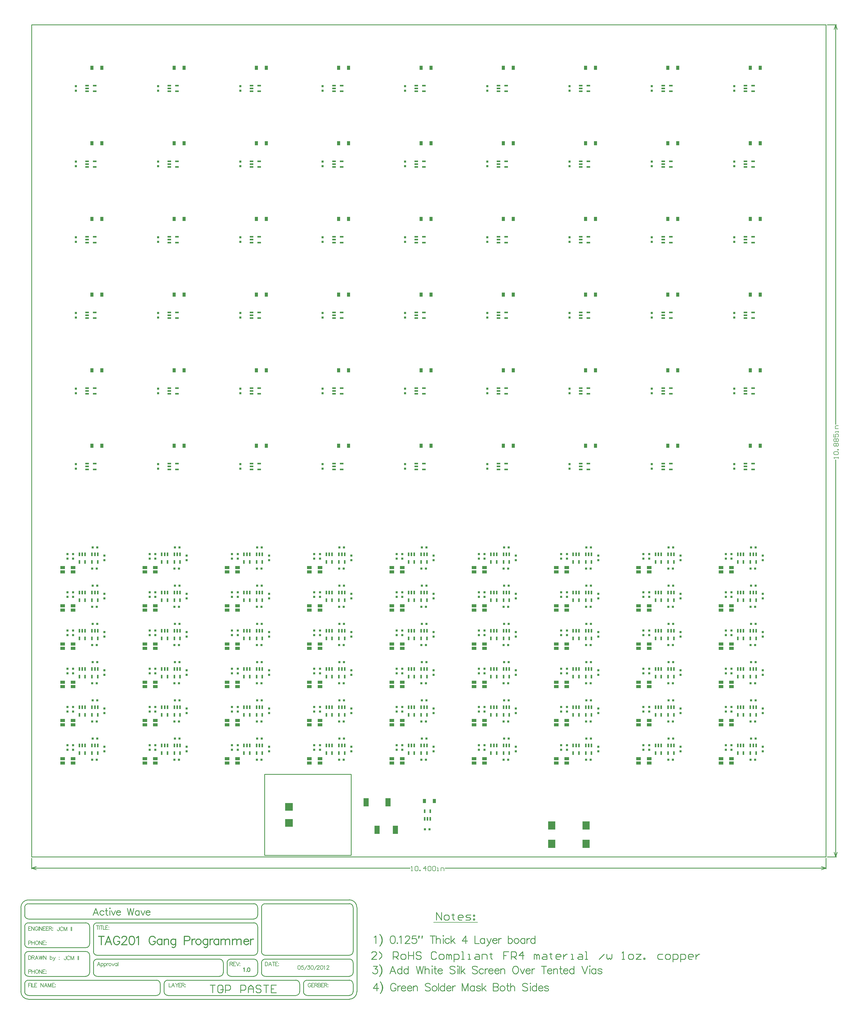
<source format=gtp>
%FSLAX25Y25*%
%MOIN*%
G70*
G01*
G75*
G04 Layer_Color=8421504*
%ADD10R,0.05906X0.03937*%
%ADD11R,0.09449X0.11024*%
%ADD12R,0.10000X0.10000*%
%ADD13R,0.07087X0.11024*%
%ADD14R,0.03000X0.03000*%
%ADD15R,0.04000X0.05500*%
%ADD16R,0.02000X0.05000*%
%ADD17R,0.05000X0.02000*%
%ADD18R,0.03000X0.03000*%
%ADD19C,0.05000*%
%ADD20C,0.02000*%
%ADD21C,0.01000*%
%ADD22C,0.01200*%
%ADD23C,0.00600*%
%ADD24C,0.00800*%
%ADD25C,0.00900*%
%ADD26C,0.00500*%
%ADD27C,0.06200*%
%ADD28C,0.08300*%
%ADD29C,0.09100*%
%ADD30C,0.10000*%
%ADD31C,0.07000*%
%ADD32R,0.07000X0.07000*%
%ADD33R,0.04000X0.06200*%
%ADD34O,0.04000X0.06200*%
%ADD35C,0.05200*%
%ADD36C,0.05500*%
%ADD37R,0.06200X0.04000*%
%ADD38O,0.06200X0.04000*%
%ADD39C,0.12000*%
%ADD40O,0.06000X0.04200*%
%ADD41C,0.05000*%
%ADD42C,0.01800*%
%ADD43C,0.02500*%
%ADD44C,0.01500*%
D10*
X916290Y128456D02*
D03*
X902510D02*
D03*
Y122944D02*
D03*
X916290D02*
D03*
X808540D02*
D03*
X794760D02*
D03*
Y128456D02*
D03*
X808540D02*
D03*
X700790D02*
D03*
X687010D02*
D03*
Y122944D02*
D03*
X700790D02*
D03*
X593040D02*
D03*
X579260D02*
D03*
Y128456D02*
D03*
X593040D02*
D03*
X485290D02*
D03*
X471510D02*
D03*
Y122944D02*
D03*
X485290D02*
D03*
X377540D02*
D03*
X363760D02*
D03*
Y128456D02*
D03*
X377540D02*
D03*
X269790D02*
D03*
X256010D02*
D03*
Y122944D02*
D03*
X269790D02*
D03*
X162040D02*
D03*
X148260D02*
D03*
Y128456D02*
D03*
X162040D02*
D03*
X54290D02*
D03*
X40510D02*
D03*
Y122944D02*
D03*
X54290D02*
D03*
X916290Y172944D02*
D03*
X902510D02*
D03*
Y178456D02*
D03*
X916290D02*
D03*
X808540D02*
D03*
X794760D02*
D03*
Y172944D02*
D03*
X808540D02*
D03*
X700790D02*
D03*
X687010D02*
D03*
Y178456D02*
D03*
X700790D02*
D03*
X593040D02*
D03*
X579260D02*
D03*
Y172944D02*
D03*
X593040D02*
D03*
X485290D02*
D03*
X471510D02*
D03*
Y178456D02*
D03*
X485290D02*
D03*
X377540D02*
D03*
X363760D02*
D03*
Y172944D02*
D03*
X377540D02*
D03*
X269790D02*
D03*
X256010D02*
D03*
Y178456D02*
D03*
X269790D02*
D03*
X162040D02*
D03*
X148260D02*
D03*
Y172944D02*
D03*
X162040D02*
D03*
X54290D02*
D03*
X40510D02*
D03*
Y178456D02*
D03*
X54290D02*
D03*
X916290Y228456D02*
D03*
X902510D02*
D03*
Y222944D02*
D03*
X916290D02*
D03*
X808540D02*
D03*
X794760D02*
D03*
Y228456D02*
D03*
X808540D02*
D03*
X700790D02*
D03*
X687010D02*
D03*
Y222944D02*
D03*
X700790D02*
D03*
X593040D02*
D03*
X579260D02*
D03*
Y228456D02*
D03*
X593040D02*
D03*
X485290D02*
D03*
X471510D02*
D03*
Y222944D02*
D03*
X485290D02*
D03*
X377540D02*
D03*
X363760D02*
D03*
Y228456D02*
D03*
X377540D02*
D03*
X269790D02*
D03*
X256010D02*
D03*
Y222944D02*
D03*
X269790D02*
D03*
X162040D02*
D03*
X148260D02*
D03*
Y228456D02*
D03*
X162040D02*
D03*
X54290D02*
D03*
X40510D02*
D03*
Y222944D02*
D03*
X54290D02*
D03*
X916290Y272944D02*
D03*
X902510D02*
D03*
Y278456D02*
D03*
X916290D02*
D03*
X808540D02*
D03*
X794760D02*
D03*
Y272944D02*
D03*
X808540D02*
D03*
X700790D02*
D03*
X687010D02*
D03*
Y278456D02*
D03*
X700790D02*
D03*
X593040D02*
D03*
X579260D02*
D03*
Y272944D02*
D03*
X593040D02*
D03*
X485290D02*
D03*
X471510D02*
D03*
Y278456D02*
D03*
X485290D02*
D03*
X377540D02*
D03*
X363760D02*
D03*
Y272944D02*
D03*
X377540D02*
D03*
X269790D02*
D03*
X256010D02*
D03*
Y278456D02*
D03*
X269790D02*
D03*
X162040D02*
D03*
X148260D02*
D03*
Y272944D02*
D03*
X162040D02*
D03*
X54290D02*
D03*
X40510D02*
D03*
Y278456D02*
D03*
X54290D02*
D03*
X916290Y328456D02*
D03*
X902510D02*
D03*
Y322944D02*
D03*
X916290D02*
D03*
X808540D02*
D03*
X794760D02*
D03*
Y328456D02*
D03*
X808540D02*
D03*
X700790D02*
D03*
X687010D02*
D03*
Y322944D02*
D03*
X700790D02*
D03*
X593040D02*
D03*
X579260D02*
D03*
Y328456D02*
D03*
X593040D02*
D03*
X485290D02*
D03*
X471510D02*
D03*
Y322944D02*
D03*
X485290D02*
D03*
X377540D02*
D03*
X363760D02*
D03*
Y328456D02*
D03*
X377540D02*
D03*
X269790D02*
D03*
X256010D02*
D03*
Y322944D02*
D03*
X269790D02*
D03*
X162040D02*
D03*
X148260D02*
D03*
Y328456D02*
D03*
X162040D02*
D03*
X54290D02*
D03*
X40510D02*
D03*
Y322944D02*
D03*
X54290D02*
D03*
X916290Y372944D02*
D03*
X902510D02*
D03*
Y378456D02*
D03*
X916290D02*
D03*
X808540D02*
D03*
X794760D02*
D03*
Y372944D02*
D03*
X808540D02*
D03*
X700790D02*
D03*
X687010D02*
D03*
Y378456D02*
D03*
X700790D02*
D03*
X593040D02*
D03*
X579260D02*
D03*
Y372944D02*
D03*
X593040D02*
D03*
X485290D02*
D03*
X471510D02*
D03*
Y378456D02*
D03*
X485290D02*
D03*
X377540D02*
D03*
X363760D02*
D03*
Y372944D02*
D03*
X377540D02*
D03*
X269790D02*
D03*
X256010D02*
D03*
Y378456D02*
D03*
X269790D02*
D03*
X162040D02*
D03*
X148260D02*
D03*
Y372944D02*
D03*
X162040D02*
D03*
X54290D02*
D03*
X40510D02*
D03*
Y378456D02*
D03*
X54290D02*
D03*
D11*
X725900Y41000D02*
D03*
Y17000D02*
D03*
X680900Y41000D02*
D03*
Y17000D02*
D03*
D12*
X336900Y44500D02*
D03*
Y65500D02*
D03*
D13*
X466770Y71500D02*
D03*
X438030D02*
D03*
X452400Y35500D02*
D03*
X476400D02*
D03*
D14*
X514900Y36200D02*
D03*
X520900D02*
D03*
X79400Y377200D02*
D03*
X85400D02*
D03*
X187150D02*
D03*
X193150D02*
D03*
X294900D02*
D03*
X300900D02*
D03*
X402650D02*
D03*
X408650D02*
D03*
X510400D02*
D03*
X516400D02*
D03*
X618150D02*
D03*
X624150D02*
D03*
X725900D02*
D03*
X731900D02*
D03*
X833650D02*
D03*
X839650D02*
D03*
X941400D02*
D03*
X947400D02*
D03*
X79400Y327200D02*
D03*
X85400D02*
D03*
X187150D02*
D03*
X193150D02*
D03*
X294900D02*
D03*
X300900D02*
D03*
X402650D02*
D03*
X408650D02*
D03*
X510400D02*
D03*
X516400D02*
D03*
X618150D02*
D03*
X624150D02*
D03*
X725900D02*
D03*
X731900D02*
D03*
X833650D02*
D03*
X839650D02*
D03*
X941400D02*
D03*
X947400D02*
D03*
X79400Y277200D02*
D03*
X85400D02*
D03*
X187150D02*
D03*
X193150D02*
D03*
X294900D02*
D03*
X300900D02*
D03*
X402650D02*
D03*
X408650D02*
D03*
X510400D02*
D03*
X516400D02*
D03*
X618150D02*
D03*
X624150D02*
D03*
X725900D02*
D03*
X731900D02*
D03*
X833650D02*
D03*
X839650D02*
D03*
X941400D02*
D03*
X947400D02*
D03*
X79400Y227200D02*
D03*
X85400D02*
D03*
X187150D02*
D03*
X193150D02*
D03*
X294900D02*
D03*
X300900D02*
D03*
X402650D02*
D03*
X408650D02*
D03*
X510400D02*
D03*
X516400D02*
D03*
X618150D02*
D03*
X624150D02*
D03*
X725900D02*
D03*
X731900D02*
D03*
X833650D02*
D03*
X839650D02*
D03*
X941400D02*
D03*
X947400D02*
D03*
X79400Y177200D02*
D03*
X85400D02*
D03*
X187150D02*
D03*
X193150D02*
D03*
X294900D02*
D03*
X300900D02*
D03*
X402650D02*
D03*
X408650D02*
D03*
X510400D02*
D03*
X516400D02*
D03*
X618150D02*
D03*
X624150D02*
D03*
X725900D02*
D03*
X731900D02*
D03*
X833650D02*
D03*
X839650D02*
D03*
X941400D02*
D03*
X947400D02*
D03*
X79400Y127200D02*
D03*
X85400D02*
D03*
X187150D02*
D03*
X193150D02*
D03*
X294900D02*
D03*
X300900D02*
D03*
X402650D02*
D03*
X408650D02*
D03*
X510400D02*
D03*
X516400D02*
D03*
X618150D02*
D03*
X624150D02*
D03*
X725900D02*
D03*
X731900D02*
D03*
X833650D02*
D03*
X839650D02*
D03*
X941400D02*
D03*
X947400D02*
D03*
X85900Y404700D02*
D03*
X79900D02*
D03*
X193650D02*
D03*
X187650D02*
D03*
X301400D02*
D03*
X295400D02*
D03*
X409150D02*
D03*
X403150D02*
D03*
X516900D02*
D03*
X510900D02*
D03*
X624650D02*
D03*
X618650D02*
D03*
X732400D02*
D03*
X726400D02*
D03*
X840150D02*
D03*
X834150D02*
D03*
X947900D02*
D03*
X941900D02*
D03*
X85900Y354700D02*
D03*
X79900D02*
D03*
X193650D02*
D03*
X187650D02*
D03*
X301400D02*
D03*
X295400D02*
D03*
X409150D02*
D03*
X403150D02*
D03*
X516900D02*
D03*
X510900D02*
D03*
X624650D02*
D03*
X618650D02*
D03*
X732400D02*
D03*
X726400D02*
D03*
X840150D02*
D03*
X834150D02*
D03*
X947900D02*
D03*
X941900D02*
D03*
X85900Y304700D02*
D03*
X79900D02*
D03*
X193650D02*
D03*
X187650D02*
D03*
X301400D02*
D03*
X295400D02*
D03*
X409150D02*
D03*
X403150D02*
D03*
X516900D02*
D03*
X510900D02*
D03*
X624650D02*
D03*
X618650D02*
D03*
X732400D02*
D03*
X726400D02*
D03*
X840150D02*
D03*
X834150D02*
D03*
X947900D02*
D03*
X941900D02*
D03*
X85900Y254700D02*
D03*
X79900D02*
D03*
X193650D02*
D03*
X187650D02*
D03*
X301400D02*
D03*
X295400D02*
D03*
X409150D02*
D03*
X403150D02*
D03*
X516900D02*
D03*
X510900D02*
D03*
X624650D02*
D03*
X618650D02*
D03*
X732400D02*
D03*
X726400D02*
D03*
X840150D02*
D03*
X834150D02*
D03*
X947900D02*
D03*
X941900D02*
D03*
X85900Y204700D02*
D03*
X79900D02*
D03*
X193650D02*
D03*
X187650D02*
D03*
X301400D02*
D03*
X295400D02*
D03*
X409150D02*
D03*
X403150D02*
D03*
X516900D02*
D03*
X510900D02*
D03*
X624650D02*
D03*
X618650D02*
D03*
X732400D02*
D03*
X726400D02*
D03*
X840150D02*
D03*
X834150D02*
D03*
X947900D02*
D03*
X941900D02*
D03*
X85900Y154700D02*
D03*
X79900D02*
D03*
X193650D02*
D03*
X187650D02*
D03*
X301400D02*
D03*
X295400D02*
D03*
X409150D02*
D03*
X403150D02*
D03*
X516900D02*
D03*
X510900D02*
D03*
X624650D02*
D03*
X618650D02*
D03*
X732400D02*
D03*
X726400D02*
D03*
X840150D02*
D03*
X834150D02*
D03*
X947900D02*
D03*
X941900D02*
D03*
D15*
X527400Y73200D02*
D03*
X514400D02*
D03*
X940900Y537700D02*
D03*
X953900D02*
D03*
X833150D02*
D03*
X846150D02*
D03*
X725400D02*
D03*
X738400D02*
D03*
X617650D02*
D03*
X630650D02*
D03*
X509900D02*
D03*
X522900D02*
D03*
X402150D02*
D03*
X415150D02*
D03*
X294400D02*
D03*
X307400D02*
D03*
X186650D02*
D03*
X199650D02*
D03*
X940900Y636600D02*
D03*
X953900D02*
D03*
X833150D02*
D03*
X846150D02*
D03*
X725400D02*
D03*
X738400D02*
D03*
X617650D02*
D03*
X630650D02*
D03*
X509900D02*
D03*
X522900D02*
D03*
X402150D02*
D03*
X415150D02*
D03*
X294400D02*
D03*
X307400D02*
D03*
X186650D02*
D03*
X199650D02*
D03*
X940900Y735500D02*
D03*
X953900D02*
D03*
X833150D02*
D03*
X846150D02*
D03*
X725400D02*
D03*
X738400D02*
D03*
X617650D02*
D03*
X630650D02*
D03*
X509900D02*
D03*
X522900D02*
D03*
X402150D02*
D03*
X415150D02*
D03*
X294400D02*
D03*
X307400D02*
D03*
X186650D02*
D03*
X199650D02*
D03*
X940900Y834400D02*
D03*
X953900D02*
D03*
X833150D02*
D03*
X846150D02*
D03*
X725400D02*
D03*
X738400D02*
D03*
X617650D02*
D03*
X630650D02*
D03*
X509900D02*
D03*
X522900D02*
D03*
X402150D02*
D03*
X415150D02*
D03*
X294400D02*
D03*
X307400D02*
D03*
X186650D02*
D03*
X199650D02*
D03*
X940900Y933300D02*
D03*
X953900D02*
D03*
X833150D02*
D03*
X846150D02*
D03*
X725400D02*
D03*
X738400D02*
D03*
X617650D02*
D03*
X630650D02*
D03*
X509900D02*
D03*
X522900D02*
D03*
X402150D02*
D03*
X415150D02*
D03*
X294400D02*
D03*
X307400D02*
D03*
X186650D02*
D03*
X199650D02*
D03*
X940900Y1032200D02*
D03*
X953900D02*
D03*
X833150D02*
D03*
X846150D02*
D03*
X725400D02*
D03*
X738400D02*
D03*
X617650D02*
D03*
X630650D02*
D03*
X509900D02*
D03*
X522900D02*
D03*
X402150D02*
D03*
X415150D02*
D03*
X294400D02*
D03*
X307400D02*
D03*
X186650D02*
D03*
X199650D02*
D03*
X78900D02*
D03*
X91900D02*
D03*
X78900Y933300D02*
D03*
X91900D02*
D03*
X78900Y834400D02*
D03*
X91900D02*
D03*
X78900Y735500D02*
D03*
X91900D02*
D03*
X78900Y636600D02*
D03*
X91900D02*
D03*
X78900Y537700D02*
D03*
X91900D02*
D03*
D16*
X514650Y59700D02*
D03*
Y49700D02*
D03*
X522150Y59700D02*
D03*
X518350Y49700D02*
D03*
X522150D02*
D03*
X924650Y145700D02*
D03*
X928450D02*
D03*
X924650Y135700D02*
D03*
X932150Y145700D02*
D03*
Y135700D02*
D03*
X816900Y145700D02*
D03*
X820700D02*
D03*
X816900Y135700D02*
D03*
X824400Y145700D02*
D03*
Y135700D02*
D03*
X709150Y145700D02*
D03*
X712950D02*
D03*
X709150Y135700D02*
D03*
X716650Y145700D02*
D03*
Y135700D02*
D03*
X601400Y145700D02*
D03*
X605200D02*
D03*
X601400Y135700D02*
D03*
X608900Y145700D02*
D03*
Y135700D02*
D03*
X493650Y145700D02*
D03*
X497450D02*
D03*
X493650Y135700D02*
D03*
X501150Y145700D02*
D03*
Y135700D02*
D03*
X385900Y145700D02*
D03*
X389700D02*
D03*
X385900Y135700D02*
D03*
X393400Y145700D02*
D03*
Y135700D02*
D03*
X278150Y145700D02*
D03*
X281950D02*
D03*
X278150Y135700D02*
D03*
X285650Y145700D02*
D03*
Y135700D02*
D03*
X170400Y145700D02*
D03*
X174200D02*
D03*
X170400Y135700D02*
D03*
X177900Y145700D02*
D03*
Y135700D02*
D03*
X62650Y145700D02*
D03*
X66450D02*
D03*
X62650Y135700D02*
D03*
X70150Y145700D02*
D03*
Y135700D02*
D03*
X924650Y195700D02*
D03*
X928450D02*
D03*
X924650Y185700D02*
D03*
X932150Y195700D02*
D03*
Y185700D02*
D03*
X816900Y195700D02*
D03*
X820700D02*
D03*
X816900Y185700D02*
D03*
X824400Y195700D02*
D03*
Y185700D02*
D03*
X709150Y195700D02*
D03*
X712950D02*
D03*
X709150Y185700D02*
D03*
X716650Y195700D02*
D03*
Y185700D02*
D03*
X601400Y195700D02*
D03*
X605200D02*
D03*
X601400Y185700D02*
D03*
X608900Y195700D02*
D03*
Y185700D02*
D03*
X493650Y195700D02*
D03*
X497450D02*
D03*
X493650Y185700D02*
D03*
X501150Y195700D02*
D03*
Y185700D02*
D03*
X385900Y195700D02*
D03*
X389700D02*
D03*
X385900Y185700D02*
D03*
X393400Y195700D02*
D03*
Y185700D02*
D03*
X278150Y195700D02*
D03*
X281950D02*
D03*
X278150Y185700D02*
D03*
X285650Y195700D02*
D03*
Y185700D02*
D03*
X170400Y195700D02*
D03*
X174200D02*
D03*
X170400Y185700D02*
D03*
X177900Y195700D02*
D03*
Y185700D02*
D03*
X62650Y195700D02*
D03*
X66450D02*
D03*
X62650Y185700D02*
D03*
X70150Y195700D02*
D03*
Y185700D02*
D03*
X924650Y245700D02*
D03*
X928450D02*
D03*
X924650Y235700D02*
D03*
X932150Y245700D02*
D03*
Y235700D02*
D03*
X816900Y245700D02*
D03*
X820700D02*
D03*
X816900Y235700D02*
D03*
X824400Y245700D02*
D03*
Y235700D02*
D03*
X709150Y245700D02*
D03*
X712950D02*
D03*
X709150Y235700D02*
D03*
X716650Y245700D02*
D03*
Y235700D02*
D03*
X601400Y245700D02*
D03*
X605200D02*
D03*
X601400Y235700D02*
D03*
X608900Y245700D02*
D03*
Y235700D02*
D03*
X493650Y245700D02*
D03*
X497450D02*
D03*
X493650Y235700D02*
D03*
X501150Y245700D02*
D03*
Y235700D02*
D03*
X385900Y245700D02*
D03*
X389700D02*
D03*
X385900Y235700D02*
D03*
X393400Y245700D02*
D03*
Y235700D02*
D03*
X278150Y245700D02*
D03*
X281950D02*
D03*
X278150Y235700D02*
D03*
X285650Y245700D02*
D03*
Y235700D02*
D03*
X170400Y245700D02*
D03*
X174200D02*
D03*
X170400Y235700D02*
D03*
X177900Y245700D02*
D03*
Y235700D02*
D03*
X62650Y245700D02*
D03*
X66450D02*
D03*
X62650Y235700D02*
D03*
X70150Y245700D02*
D03*
Y235700D02*
D03*
X924650Y295700D02*
D03*
X928450D02*
D03*
X924650Y285700D02*
D03*
X932150Y295700D02*
D03*
Y285700D02*
D03*
X816900Y295700D02*
D03*
X820700D02*
D03*
X816900Y285700D02*
D03*
X824400Y295700D02*
D03*
Y285700D02*
D03*
X709150Y295700D02*
D03*
X712950D02*
D03*
X709150Y285700D02*
D03*
X716650Y295700D02*
D03*
Y285700D02*
D03*
X601400Y295700D02*
D03*
X605200D02*
D03*
X601400Y285700D02*
D03*
X608900Y295700D02*
D03*
Y285700D02*
D03*
X493650Y295700D02*
D03*
X497450D02*
D03*
X493650Y285700D02*
D03*
X501150Y295700D02*
D03*
Y285700D02*
D03*
X385900Y295700D02*
D03*
X389700D02*
D03*
X385900Y285700D02*
D03*
X393400Y295700D02*
D03*
Y285700D02*
D03*
X278150Y295700D02*
D03*
X281950D02*
D03*
X278150Y285700D02*
D03*
X285650Y295700D02*
D03*
Y285700D02*
D03*
X170400Y295700D02*
D03*
X174200D02*
D03*
X170400Y285700D02*
D03*
X177900Y295700D02*
D03*
Y285700D02*
D03*
X62650Y295700D02*
D03*
X66450D02*
D03*
X62650Y285700D02*
D03*
X70150Y295700D02*
D03*
Y285700D02*
D03*
X924650Y345700D02*
D03*
X928450D02*
D03*
X924650Y335700D02*
D03*
X932150Y345700D02*
D03*
Y335700D02*
D03*
X816900Y345700D02*
D03*
X820700D02*
D03*
X816900Y335700D02*
D03*
X824400Y345700D02*
D03*
Y335700D02*
D03*
X709150Y345700D02*
D03*
X712950D02*
D03*
X709150Y335700D02*
D03*
X716650Y345700D02*
D03*
Y335700D02*
D03*
X601400Y345700D02*
D03*
X605200D02*
D03*
X601400Y335700D02*
D03*
X608900Y345700D02*
D03*
Y335700D02*
D03*
X493650Y345700D02*
D03*
X497450D02*
D03*
X493650Y335700D02*
D03*
X501150Y345700D02*
D03*
Y335700D02*
D03*
X385900Y345700D02*
D03*
X389700D02*
D03*
X385900Y335700D02*
D03*
X393400Y345700D02*
D03*
Y335700D02*
D03*
X278150Y345700D02*
D03*
X281950D02*
D03*
X278150Y335700D02*
D03*
X285650Y345700D02*
D03*
Y335700D02*
D03*
X170400Y345700D02*
D03*
X174200D02*
D03*
X170400Y335700D02*
D03*
X177900Y345700D02*
D03*
Y335700D02*
D03*
X62650Y345700D02*
D03*
X66450D02*
D03*
X62650Y335700D02*
D03*
X70150Y345700D02*
D03*
Y335700D02*
D03*
X924650Y395700D02*
D03*
X928450D02*
D03*
X924650Y385700D02*
D03*
X932150Y395700D02*
D03*
Y385700D02*
D03*
X816900Y395700D02*
D03*
X820700D02*
D03*
X816900Y385700D02*
D03*
X824400Y395700D02*
D03*
Y385700D02*
D03*
X709150Y395700D02*
D03*
X712950D02*
D03*
X709150Y385700D02*
D03*
X716650Y395700D02*
D03*
Y385700D02*
D03*
X601400Y395700D02*
D03*
X605200D02*
D03*
X601400Y385700D02*
D03*
X608900Y395700D02*
D03*
Y385700D02*
D03*
X493650Y395700D02*
D03*
X497450D02*
D03*
X493650Y385700D02*
D03*
X501150Y395700D02*
D03*
Y385700D02*
D03*
X385900Y395700D02*
D03*
X389700D02*
D03*
X385900Y385700D02*
D03*
X393400Y395700D02*
D03*
Y385700D02*
D03*
X278150Y395700D02*
D03*
X281950D02*
D03*
X278150Y385700D02*
D03*
X285650Y395700D02*
D03*
Y385700D02*
D03*
X170400Y395700D02*
D03*
X174200D02*
D03*
X170400Y385700D02*
D03*
X177900Y395700D02*
D03*
Y385700D02*
D03*
X62650Y395700D02*
D03*
X66450D02*
D03*
X62650Y385700D02*
D03*
X70150Y395700D02*
D03*
Y385700D02*
D03*
X948650Y135700D02*
D03*
Y145700D02*
D03*
X941150Y135700D02*
D03*
X944950Y145700D02*
D03*
X941150D02*
D03*
X840900Y135700D02*
D03*
Y145700D02*
D03*
X833400Y135700D02*
D03*
X837200Y145700D02*
D03*
X833400D02*
D03*
X733150Y135700D02*
D03*
Y145700D02*
D03*
X725650Y135700D02*
D03*
X729450Y145700D02*
D03*
X725650D02*
D03*
X625400Y135700D02*
D03*
Y145700D02*
D03*
X617900Y135700D02*
D03*
X621700Y145700D02*
D03*
X617900D02*
D03*
X517650Y135700D02*
D03*
Y145700D02*
D03*
X510150Y135700D02*
D03*
X513950Y145700D02*
D03*
X510150D02*
D03*
X409900Y135700D02*
D03*
Y145700D02*
D03*
X402400Y135700D02*
D03*
X406200Y145700D02*
D03*
X402400D02*
D03*
X302150Y135700D02*
D03*
Y145700D02*
D03*
X294650Y135700D02*
D03*
X298450Y145700D02*
D03*
X294650D02*
D03*
X194400Y135700D02*
D03*
Y145700D02*
D03*
X186900Y135700D02*
D03*
X190700Y145700D02*
D03*
X186900D02*
D03*
X86650Y135700D02*
D03*
Y145700D02*
D03*
X79150Y135700D02*
D03*
X82950Y145700D02*
D03*
X79150D02*
D03*
X948650Y185700D02*
D03*
Y195700D02*
D03*
X941150Y185700D02*
D03*
X944950Y195700D02*
D03*
X941150D02*
D03*
X840900Y185700D02*
D03*
Y195700D02*
D03*
X833400Y185700D02*
D03*
X837200Y195700D02*
D03*
X833400D02*
D03*
X733150Y185700D02*
D03*
Y195700D02*
D03*
X725650Y185700D02*
D03*
X729450Y195700D02*
D03*
X725650D02*
D03*
X625400Y185700D02*
D03*
Y195700D02*
D03*
X617900Y185700D02*
D03*
X621700Y195700D02*
D03*
X617900D02*
D03*
X517650Y185700D02*
D03*
Y195700D02*
D03*
X510150Y185700D02*
D03*
X513950Y195700D02*
D03*
X510150D02*
D03*
X409900Y185700D02*
D03*
Y195700D02*
D03*
X402400Y185700D02*
D03*
X406200Y195700D02*
D03*
X402400D02*
D03*
X302150Y185700D02*
D03*
Y195700D02*
D03*
X294650Y185700D02*
D03*
X298450Y195700D02*
D03*
X294650D02*
D03*
X194400Y185700D02*
D03*
Y195700D02*
D03*
X186900Y185700D02*
D03*
X190700Y195700D02*
D03*
X186900D02*
D03*
X86650Y185700D02*
D03*
Y195700D02*
D03*
X79150Y185700D02*
D03*
X82950Y195700D02*
D03*
X79150D02*
D03*
X948650Y235700D02*
D03*
Y245700D02*
D03*
X941150Y235700D02*
D03*
X944950Y245700D02*
D03*
X941150D02*
D03*
X840900Y235700D02*
D03*
Y245700D02*
D03*
X833400Y235700D02*
D03*
X837200Y245700D02*
D03*
X833400D02*
D03*
X733150Y235700D02*
D03*
Y245700D02*
D03*
X725650Y235700D02*
D03*
X729450Y245700D02*
D03*
X725650D02*
D03*
X625400Y235700D02*
D03*
Y245700D02*
D03*
X617900Y235700D02*
D03*
X621700Y245700D02*
D03*
X617900D02*
D03*
X517650Y235700D02*
D03*
Y245700D02*
D03*
X510150Y235700D02*
D03*
X513950Y245700D02*
D03*
X510150D02*
D03*
X409900Y235700D02*
D03*
Y245700D02*
D03*
X402400Y235700D02*
D03*
X406200Y245700D02*
D03*
X402400D02*
D03*
X302150Y235700D02*
D03*
Y245700D02*
D03*
X294650Y235700D02*
D03*
X298450Y245700D02*
D03*
X294650D02*
D03*
X194400Y235700D02*
D03*
Y245700D02*
D03*
X186900Y235700D02*
D03*
X190700Y245700D02*
D03*
X186900D02*
D03*
X86650Y235700D02*
D03*
Y245700D02*
D03*
X79150Y235700D02*
D03*
X82950Y245700D02*
D03*
X79150D02*
D03*
X948650Y285700D02*
D03*
Y295700D02*
D03*
X941150Y285700D02*
D03*
X944950Y295700D02*
D03*
X941150D02*
D03*
X840900Y285700D02*
D03*
Y295700D02*
D03*
X833400Y285700D02*
D03*
X837200Y295700D02*
D03*
X833400D02*
D03*
X733150Y285700D02*
D03*
Y295700D02*
D03*
X725650Y285700D02*
D03*
X729450Y295700D02*
D03*
X725650D02*
D03*
X625400Y285700D02*
D03*
Y295700D02*
D03*
X617900Y285700D02*
D03*
X621700Y295700D02*
D03*
X617900D02*
D03*
X517650Y285700D02*
D03*
Y295700D02*
D03*
X510150Y285700D02*
D03*
X513950Y295700D02*
D03*
X510150D02*
D03*
X409900Y285700D02*
D03*
Y295700D02*
D03*
X402400Y285700D02*
D03*
X406200Y295700D02*
D03*
X402400D02*
D03*
X302150Y285700D02*
D03*
Y295700D02*
D03*
X294650Y285700D02*
D03*
X298450Y295700D02*
D03*
X294650D02*
D03*
X194400Y285700D02*
D03*
Y295700D02*
D03*
X186900Y285700D02*
D03*
X190700Y295700D02*
D03*
X186900D02*
D03*
X86650Y285700D02*
D03*
Y295700D02*
D03*
X79150Y285700D02*
D03*
X82950Y295700D02*
D03*
X79150D02*
D03*
X948650Y335700D02*
D03*
Y345700D02*
D03*
X941150Y335700D02*
D03*
X944950Y345700D02*
D03*
X941150D02*
D03*
X840900Y335700D02*
D03*
Y345700D02*
D03*
X833400Y335700D02*
D03*
X837200Y345700D02*
D03*
X833400D02*
D03*
X733150Y335700D02*
D03*
Y345700D02*
D03*
X725650Y335700D02*
D03*
X729450Y345700D02*
D03*
X725650D02*
D03*
X625400Y335700D02*
D03*
Y345700D02*
D03*
X617900Y335700D02*
D03*
X621700Y345700D02*
D03*
X617900D02*
D03*
X517650Y335700D02*
D03*
Y345700D02*
D03*
X510150Y335700D02*
D03*
X513950Y345700D02*
D03*
X510150D02*
D03*
X409900Y335700D02*
D03*
Y345700D02*
D03*
X402400Y335700D02*
D03*
X406200Y345700D02*
D03*
X402400D02*
D03*
X302150Y335700D02*
D03*
Y345700D02*
D03*
X294650Y335700D02*
D03*
X298450Y345700D02*
D03*
X294650D02*
D03*
X194400Y335700D02*
D03*
Y345700D02*
D03*
X186900Y335700D02*
D03*
X190700Y345700D02*
D03*
X186900D02*
D03*
X86650Y335700D02*
D03*
Y345700D02*
D03*
X79150Y335700D02*
D03*
X82950Y345700D02*
D03*
X79150D02*
D03*
X948650Y385700D02*
D03*
Y395700D02*
D03*
X941150Y385700D02*
D03*
X944950Y395700D02*
D03*
X941150D02*
D03*
X840900Y385700D02*
D03*
Y395700D02*
D03*
X833400Y385700D02*
D03*
X837200Y395700D02*
D03*
X833400D02*
D03*
X733150Y385700D02*
D03*
Y395700D02*
D03*
X725650Y385700D02*
D03*
X729450Y395700D02*
D03*
X725650D02*
D03*
X625400Y385700D02*
D03*
Y395700D02*
D03*
X617900Y385700D02*
D03*
X621700Y395700D02*
D03*
X617900D02*
D03*
X517650Y385700D02*
D03*
Y395700D02*
D03*
X510150Y385700D02*
D03*
X513950Y395700D02*
D03*
X510150D02*
D03*
X409900Y385700D02*
D03*
Y395700D02*
D03*
X402400Y385700D02*
D03*
X406200Y395700D02*
D03*
X402400D02*
D03*
X302150Y385700D02*
D03*
Y395700D02*
D03*
X294650Y385700D02*
D03*
X298450Y395700D02*
D03*
X294650D02*
D03*
X194400Y385700D02*
D03*
Y395700D02*
D03*
X186900Y385700D02*
D03*
X190700Y395700D02*
D03*
X186900D02*
D03*
X86650Y385700D02*
D03*
Y395700D02*
D03*
X79150Y385700D02*
D03*
X82950Y395700D02*
D03*
X79150D02*
D03*
D17*
X944600Y514350D02*
D03*
X934600D02*
D03*
X944600Y506850D02*
D03*
X934600Y510650D02*
D03*
Y506850D02*
D03*
X836850Y514350D02*
D03*
X826850D02*
D03*
X836850Y506850D02*
D03*
X826850Y510650D02*
D03*
Y506850D02*
D03*
X729100Y514350D02*
D03*
X719100D02*
D03*
X729100Y506850D02*
D03*
X719100Y510650D02*
D03*
Y506850D02*
D03*
X621350Y514350D02*
D03*
X611350D02*
D03*
X621350Y506850D02*
D03*
X611350Y510650D02*
D03*
Y506850D02*
D03*
X513600Y514350D02*
D03*
X503600D02*
D03*
X513600Y506850D02*
D03*
X503600Y510650D02*
D03*
Y506850D02*
D03*
X405850Y514350D02*
D03*
X395850D02*
D03*
X405850Y506850D02*
D03*
X395850Y510650D02*
D03*
Y506850D02*
D03*
X298100Y514350D02*
D03*
X288100D02*
D03*
X298100Y506850D02*
D03*
X288100Y510650D02*
D03*
Y506850D02*
D03*
X190350Y514350D02*
D03*
X180350D02*
D03*
X190350Y506850D02*
D03*
X180350Y510650D02*
D03*
Y506850D02*
D03*
X944600Y613250D02*
D03*
X934600D02*
D03*
X944600Y605750D02*
D03*
X934600Y609550D02*
D03*
Y605750D02*
D03*
X836850Y613250D02*
D03*
X826850D02*
D03*
X836850Y605750D02*
D03*
X826850Y609550D02*
D03*
Y605750D02*
D03*
X729100Y613250D02*
D03*
X719100D02*
D03*
X729100Y605750D02*
D03*
X719100Y609550D02*
D03*
Y605750D02*
D03*
X621350Y613250D02*
D03*
X611350D02*
D03*
X621350Y605750D02*
D03*
X611350Y609550D02*
D03*
Y605750D02*
D03*
X513600Y613250D02*
D03*
X503600D02*
D03*
X513600Y605750D02*
D03*
X503600Y609550D02*
D03*
Y605750D02*
D03*
X405850Y613250D02*
D03*
X395850D02*
D03*
X405850Y605750D02*
D03*
X395850Y609550D02*
D03*
Y605750D02*
D03*
X298100Y613250D02*
D03*
X288100D02*
D03*
X298100Y605750D02*
D03*
X288100Y609550D02*
D03*
Y605750D02*
D03*
X190350Y613250D02*
D03*
X180350D02*
D03*
X190350Y605750D02*
D03*
X180350Y609550D02*
D03*
Y605750D02*
D03*
X944600Y712150D02*
D03*
X934600D02*
D03*
X944600Y704650D02*
D03*
X934600Y708450D02*
D03*
Y704650D02*
D03*
X836850Y712150D02*
D03*
X826850D02*
D03*
X836850Y704650D02*
D03*
X826850Y708450D02*
D03*
Y704650D02*
D03*
X729100Y712150D02*
D03*
X719100D02*
D03*
X729100Y704650D02*
D03*
X719100Y708450D02*
D03*
Y704650D02*
D03*
X621350Y712150D02*
D03*
X611350D02*
D03*
X621350Y704650D02*
D03*
X611350Y708450D02*
D03*
Y704650D02*
D03*
X513600Y712150D02*
D03*
X503600D02*
D03*
X513600Y704650D02*
D03*
X503600Y708450D02*
D03*
Y704650D02*
D03*
X405850Y712150D02*
D03*
X395850D02*
D03*
X405850Y704650D02*
D03*
X395850Y708450D02*
D03*
Y704650D02*
D03*
X298100Y712150D02*
D03*
X288100D02*
D03*
X298100Y704650D02*
D03*
X288100Y708450D02*
D03*
Y704650D02*
D03*
X190350Y712150D02*
D03*
X180350D02*
D03*
X190350Y704650D02*
D03*
X180350Y708450D02*
D03*
Y704650D02*
D03*
X944600Y811050D02*
D03*
X934600D02*
D03*
X944600Y803550D02*
D03*
X934600Y807350D02*
D03*
Y803550D02*
D03*
X836850Y811050D02*
D03*
X826850D02*
D03*
X836850Y803550D02*
D03*
X826850Y807350D02*
D03*
Y803550D02*
D03*
X729100Y811050D02*
D03*
X719100D02*
D03*
X729100Y803550D02*
D03*
X719100Y807350D02*
D03*
Y803550D02*
D03*
X621350Y811050D02*
D03*
X611350D02*
D03*
X621350Y803550D02*
D03*
X611350Y807350D02*
D03*
Y803550D02*
D03*
X513600Y811050D02*
D03*
X503600D02*
D03*
X513600Y803550D02*
D03*
X503600Y807350D02*
D03*
Y803550D02*
D03*
X405850Y811050D02*
D03*
X395850D02*
D03*
X405850Y803550D02*
D03*
X395850Y807350D02*
D03*
Y803550D02*
D03*
X298100Y811050D02*
D03*
X288100D02*
D03*
X298100Y803550D02*
D03*
X288100Y807350D02*
D03*
Y803550D02*
D03*
X190350Y811050D02*
D03*
X180350D02*
D03*
X190350Y803550D02*
D03*
X180350Y807350D02*
D03*
Y803550D02*
D03*
X944600Y909950D02*
D03*
X934600D02*
D03*
X944600Y902450D02*
D03*
X934600Y906250D02*
D03*
Y902450D02*
D03*
X836850Y909950D02*
D03*
X826850D02*
D03*
X836850Y902450D02*
D03*
X826850Y906250D02*
D03*
Y902450D02*
D03*
X729100Y909950D02*
D03*
X719100D02*
D03*
X729100Y902450D02*
D03*
X719100Y906250D02*
D03*
Y902450D02*
D03*
X621350Y909950D02*
D03*
X611350D02*
D03*
X621350Y902450D02*
D03*
X611350Y906250D02*
D03*
Y902450D02*
D03*
X513600Y909950D02*
D03*
X503600D02*
D03*
X513600Y902450D02*
D03*
X503600Y906250D02*
D03*
Y902450D02*
D03*
X405850Y909950D02*
D03*
X395850D02*
D03*
X405850Y902450D02*
D03*
X395850Y906250D02*
D03*
Y902450D02*
D03*
X298100Y909950D02*
D03*
X288100D02*
D03*
X298100Y902450D02*
D03*
X288100Y906250D02*
D03*
Y902450D02*
D03*
X190350Y909950D02*
D03*
X180350D02*
D03*
X190350Y902450D02*
D03*
X180350Y906250D02*
D03*
Y902450D02*
D03*
X944600Y1008850D02*
D03*
X934600D02*
D03*
X944600Y1001350D02*
D03*
X934600Y1005150D02*
D03*
Y1001350D02*
D03*
X836850Y1008850D02*
D03*
X826850D02*
D03*
X836850Y1001350D02*
D03*
X826850Y1005150D02*
D03*
Y1001350D02*
D03*
X729100Y1008850D02*
D03*
X719100D02*
D03*
X729100Y1001350D02*
D03*
X719100Y1005150D02*
D03*
Y1001350D02*
D03*
X621350Y1008850D02*
D03*
X611350D02*
D03*
X621350Y1001350D02*
D03*
X611350Y1005150D02*
D03*
Y1001350D02*
D03*
X513600Y1008850D02*
D03*
X503600D02*
D03*
X513600Y1001350D02*
D03*
X503600Y1005150D02*
D03*
Y1001350D02*
D03*
X405850Y1008850D02*
D03*
X395850D02*
D03*
X405850Y1001350D02*
D03*
X395850Y1005150D02*
D03*
Y1001350D02*
D03*
X298100Y1008850D02*
D03*
X288100D02*
D03*
X298100Y1001350D02*
D03*
X288100Y1005150D02*
D03*
Y1001350D02*
D03*
X190350Y1008850D02*
D03*
X180350D02*
D03*
X190350Y1001350D02*
D03*
X180350Y1005150D02*
D03*
Y1001350D02*
D03*
X82600Y1008850D02*
D03*
X72600D02*
D03*
X82600Y1001350D02*
D03*
X72600Y1005150D02*
D03*
Y1001350D02*
D03*
X82600Y909950D02*
D03*
X72600D02*
D03*
X82600Y902450D02*
D03*
X72600Y906250D02*
D03*
Y902450D02*
D03*
X82600Y811050D02*
D03*
X72600D02*
D03*
X82600Y803550D02*
D03*
X72600Y807350D02*
D03*
Y803550D02*
D03*
X82600Y712150D02*
D03*
X72600D02*
D03*
X82600Y704650D02*
D03*
X72600Y708450D02*
D03*
Y704650D02*
D03*
X82600Y613250D02*
D03*
X72600D02*
D03*
X82600Y605750D02*
D03*
X72600Y609550D02*
D03*
Y605750D02*
D03*
X82600Y514350D02*
D03*
X72600D02*
D03*
X82600Y506850D02*
D03*
X72600Y510650D02*
D03*
Y506850D02*
D03*
D18*
X919900Y513700D02*
D03*
Y507700D02*
D03*
X812150Y513700D02*
D03*
Y507700D02*
D03*
X704400Y513700D02*
D03*
Y507700D02*
D03*
X596650Y513700D02*
D03*
Y507700D02*
D03*
X488900Y513700D02*
D03*
Y507700D02*
D03*
X381150Y513700D02*
D03*
Y507700D02*
D03*
X273400Y513700D02*
D03*
Y507700D02*
D03*
X165650Y513700D02*
D03*
Y507700D02*
D03*
X919900Y612600D02*
D03*
Y606600D02*
D03*
X812150Y612600D02*
D03*
Y606600D02*
D03*
X704400Y612600D02*
D03*
Y606600D02*
D03*
X596650Y612600D02*
D03*
Y606600D02*
D03*
X488900Y612600D02*
D03*
Y606600D02*
D03*
X381150Y612600D02*
D03*
Y606600D02*
D03*
X273400Y612600D02*
D03*
Y606600D02*
D03*
X165650Y612600D02*
D03*
Y606600D02*
D03*
X919900Y711500D02*
D03*
Y705500D02*
D03*
X812150Y711500D02*
D03*
Y705500D02*
D03*
X704400Y711500D02*
D03*
Y705500D02*
D03*
X596650Y711500D02*
D03*
Y705500D02*
D03*
X488900Y711500D02*
D03*
Y705500D02*
D03*
X381150Y711500D02*
D03*
Y705500D02*
D03*
X273400Y711500D02*
D03*
Y705500D02*
D03*
X165650Y711500D02*
D03*
Y705500D02*
D03*
X919900Y810400D02*
D03*
Y804400D02*
D03*
X812150Y810400D02*
D03*
Y804400D02*
D03*
X704400Y810400D02*
D03*
Y804400D02*
D03*
X596650Y810400D02*
D03*
Y804400D02*
D03*
X488900Y810400D02*
D03*
Y804400D02*
D03*
X381150Y810400D02*
D03*
Y804400D02*
D03*
X273400Y810400D02*
D03*
Y804400D02*
D03*
X165650Y810400D02*
D03*
Y804400D02*
D03*
X919900Y909300D02*
D03*
Y903300D02*
D03*
X812150Y909300D02*
D03*
Y903300D02*
D03*
X704400Y909300D02*
D03*
Y903300D02*
D03*
X596650Y909300D02*
D03*
Y903300D02*
D03*
X488900Y909300D02*
D03*
Y903300D02*
D03*
X381150Y909300D02*
D03*
Y903300D02*
D03*
X273400Y909300D02*
D03*
Y903300D02*
D03*
X165650Y909300D02*
D03*
Y903300D02*
D03*
X919900Y1008200D02*
D03*
Y1002200D02*
D03*
X812150Y1008200D02*
D03*
Y1002200D02*
D03*
X704400Y1008200D02*
D03*
Y1002200D02*
D03*
X596650Y1008200D02*
D03*
Y1002200D02*
D03*
X488900Y1008200D02*
D03*
Y1002200D02*
D03*
X381150Y1008200D02*
D03*
Y1002200D02*
D03*
X273400Y1008200D02*
D03*
Y1002200D02*
D03*
X165650Y1008200D02*
D03*
Y1002200D02*
D03*
X908900Y140200D02*
D03*
Y146200D02*
D03*
X801150Y140200D02*
D03*
Y146200D02*
D03*
X693400Y140200D02*
D03*
Y146200D02*
D03*
X585650Y140200D02*
D03*
Y146200D02*
D03*
X477900Y140200D02*
D03*
Y146200D02*
D03*
X370150Y140200D02*
D03*
Y146200D02*
D03*
X262400Y140200D02*
D03*
Y146200D02*
D03*
X154650Y140200D02*
D03*
Y146200D02*
D03*
X46900Y140200D02*
D03*
Y146200D02*
D03*
X908900Y190200D02*
D03*
Y196200D02*
D03*
X801150Y190200D02*
D03*
Y196200D02*
D03*
X693400Y190200D02*
D03*
Y196200D02*
D03*
X585650Y190200D02*
D03*
Y196200D02*
D03*
X477900Y190200D02*
D03*
Y196200D02*
D03*
X370150Y190200D02*
D03*
Y196200D02*
D03*
X262400Y190200D02*
D03*
Y196200D02*
D03*
X154650Y190200D02*
D03*
Y196200D02*
D03*
X46900Y190200D02*
D03*
Y196200D02*
D03*
X908900Y240200D02*
D03*
Y246200D02*
D03*
X801150Y240200D02*
D03*
Y246200D02*
D03*
X693400Y240200D02*
D03*
Y246200D02*
D03*
X585650Y240200D02*
D03*
Y246200D02*
D03*
X477900Y240200D02*
D03*
Y246200D02*
D03*
X370150Y240200D02*
D03*
Y246200D02*
D03*
X262400Y240200D02*
D03*
Y246200D02*
D03*
X154650Y240200D02*
D03*
Y246200D02*
D03*
X46900Y240200D02*
D03*
Y246200D02*
D03*
X908900Y290200D02*
D03*
Y296200D02*
D03*
X801150Y290200D02*
D03*
Y296200D02*
D03*
X693400Y290200D02*
D03*
Y296200D02*
D03*
X585650Y290200D02*
D03*
Y296200D02*
D03*
X477900Y290200D02*
D03*
Y296200D02*
D03*
X370150Y290200D02*
D03*
Y296200D02*
D03*
X262400Y290200D02*
D03*
Y296200D02*
D03*
X154650Y290200D02*
D03*
Y296200D02*
D03*
X46900Y290200D02*
D03*
Y296200D02*
D03*
X908900Y340200D02*
D03*
Y346200D02*
D03*
X801150Y340200D02*
D03*
Y346200D02*
D03*
X693400Y340200D02*
D03*
Y346200D02*
D03*
X585650Y340200D02*
D03*
Y346200D02*
D03*
X477900Y340200D02*
D03*
Y346200D02*
D03*
X370150Y340200D02*
D03*
Y346200D02*
D03*
X262400Y340200D02*
D03*
Y346200D02*
D03*
X154650Y340200D02*
D03*
Y346200D02*
D03*
X46900Y340200D02*
D03*
Y346200D02*
D03*
X908900Y390200D02*
D03*
Y396200D02*
D03*
X801150Y390200D02*
D03*
Y396200D02*
D03*
X693400Y390200D02*
D03*
Y396200D02*
D03*
X585650Y390200D02*
D03*
Y396200D02*
D03*
X477900Y390200D02*
D03*
Y396200D02*
D03*
X370150Y390200D02*
D03*
Y396200D02*
D03*
X262400Y390200D02*
D03*
Y396200D02*
D03*
X154650Y390200D02*
D03*
Y396200D02*
D03*
X46900Y390200D02*
D03*
Y396200D02*
D03*
X95400Y394200D02*
D03*
Y388200D02*
D03*
X203150Y394200D02*
D03*
Y388200D02*
D03*
X310900Y394200D02*
D03*
Y388200D02*
D03*
X418650Y394200D02*
D03*
Y388200D02*
D03*
X526400Y394200D02*
D03*
Y388200D02*
D03*
X634150Y394200D02*
D03*
Y388200D02*
D03*
X741900Y394200D02*
D03*
Y388200D02*
D03*
X849650Y394200D02*
D03*
Y388200D02*
D03*
X957400Y394200D02*
D03*
Y388200D02*
D03*
X95400Y344200D02*
D03*
Y338200D02*
D03*
X203150Y344200D02*
D03*
Y338200D02*
D03*
X310900Y344200D02*
D03*
Y338200D02*
D03*
X418650Y344200D02*
D03*
Y338200D02*
D03*
X526400Y344200D02*
D03*
Y338200D02*
D03*
X634150Y344200D02*
D03*
Y338200D02*
D03*
X741900Y344200D02*
D03*
Y338200D02*
D03*
X849650Y344200D02*
D03*
Y338200D02*
D03*
X957400Y344200D02*
D03*
Y338200D02*
D03*
X95400Y294200D02*
D03*
Y288200D02*
D03*
X203150Y294200D02*
D03*
Y288200D02*
D03*
X310900Y294200D02*
D03*
Y288200D02*
D03*
X418650Y294200D02*
D03*
Y288200D02*
D03*
X526400Y294200D02*
D03*
Y288200D02*
D03*
X634150Y294200D02*
D03*
Y288200D02*
D03*
X741900Y294200D02*
D03*
Y288200D02*
D03*
X849650Y294200D02*
D03*
Y288200D02*
D03*
X957400Y294200D02*
D03*
Y288200D02*
D03*
X95400Y244200D02*
D03*
Y238200D02*
D03*
X203150Y244200D02*
D03*
Y238200D02*
D03*
X310900Y244200D02*
D03*
Y238200D02*
D03*
X418650Y244200D02*
D03*
Y238200D02*
D03*
X526400Y244200D02*
D03*
Y238200D02*
D03*
X634150Y244200D02*
D03*
Y238200D02*
D03*
X741900Y244200D02*
D03*
Y238200D02*
D03*
X849650Y244200D02*
D03*
Y238200D02*
D03*
X957400Y244200D02*
D03*
Y238200D02*
D03*
X95400Y194200D02*
D03*
Y188200D02*
D03*
X203150Y194200D02*
D03*
Y188200D02*
D03*
X310900Y194200D02*
D03*
Y188200D02*
D03*
X418650Y194200D02*
D03*
Y188200D02*
D03*
X526400Y194200D02*
D03*
Y188200D02*
D03*
X634150Y194200D02*
D03*
Y188200D02*
D03*
X741900Y194200D02*
D03*
Y188200D02*
D03*
X849650Y194200D02*
D03*
Y188200D02*
D03*
X957400Y194200D02*
D03*
Y188200D02*
D03*
X95400Y144200D02*
D03*
Y138200D02*
D03*
X203150Y144200D02*
D03*
Y138200D02*
D03*
X310900Y144200D02*
D03*
Y138200D02*
D03*
X418650Y144200D02*
D03*
Y138200D02*
D03*
X526400Y144200D02*
D03*
Y138200D02*
D03*
X634150Y144200D02*
D03*
Y138200D02*
D03*
X741900Y144200D02*
D03*
Y138200D02*
D03*
X849650Y144200D02*
D03*
Y138200D02*
D03*
X957400Y144200D02*
D03*
Y138200D02*
D03*
X54400Y390200D02*
D03*
Y396200D02*
D03*
X162150Y390200D02*
D03*
Y396200D02*
D03*
X269900Y390200D02*
D03*
Y396200D02*
D03*
X377650Y390200D02*
D03*
Y396200D02*
D03*
X485400Y390200D02*
D03*
Y396200D02*
D03*
X593150Y390200D02*
D03*
Y396200D02*
D03*
X700900Y390200D02*
D03*
Y396200D02*
D03*
X808650Y390200D02*
D03*
Y396200D02*
D03*
X916400Y390200D02*
D03*
Y396200D02*
D03*
X54400Y340200D02*
D03*
Y346200D02*
D03*
X162150Y340200D02*
D03*
Y346200D02*
D03*
X269900Y340200D02*
D03*
Y346200D02*
D03*
X377650Y340200D02*
D03*
Y346200D02*
D03*
X485400Y340200D02*
D03*
Y346200D02*
D03*
X593150Y340200D02*
D03*
Y346200D02*
D03*
X700900Y340200D02*
D03*
Y346200D02*
D03*
X808650Y340200D02*
D03*
Y346200D02*
D03*
X916400Y340200D02*
D03*
Y346200D02*
D03*
X54400Y290200D02*
D03*
Y296200D02*
D03*
X162150Y290200D02*
D03*
Y296200D02*
D03*
X269900Y290200D02*
D03*
Y296200D02*
D03*
X377650Y290200D02*
D03*
Y296200D02*
D03*
X485400Y290200D02*
D03*
Y296200D02*
D03*
X593150Y290200D02*
D03*
Y296200D02*
D03*
X700900Y290200D02*
D03*
Y296200D02*
D03*
X808650Y290200D02*
D03*
Y296200D02*
D03*
X916400Y290200D02*
D03*
Y296200D02*
D03*
X54400Y240200D02*
D03*
Y246200D02*
D03*
X162150Y240200D02*
D03*
Y246200D02*
D03*
X269900Y240200D02*
D03*
Y246200D02*
D03*
X377650Y240200D02*
D03*
Y246200D02*
D03*
X485400Y240200D02*
D03*
Y246200D02*
D03*
X593150Y240200D02*
D03*
Y246200D02*
D03*
X700900Y240200D02*
D03*
Y246200D02*
D03*
X808650Y240200D02*
D03*
Y246200D02*
D03*
X916400Y240200D02*
D03*
Y246200D02*
D03*
X54400Y190200D02*
D03*
Y196200D02*
D03*
X162150Y190200D02*
D03*
Y196200D02*
D03*
X269900Y190200D02*
D03*
Y196200D02*
D03*
X377650Y190200D02*
D03*
Y196200D02*
D03*
X485400Y190200D02*
D03*
Y196200D02*
D03*
X593150Y190200D02*
D03*
Y196200D02*
D03*
X700900Y190200D02*
D03*
Y196200D02*
D03*
X808650Y190200D02*
D03*
Y196200D02*
D03*
X916400Y190200D02*
D03*
Y196200D02*
D03*
X54400Y140200D02*
D03*
Y146200D02*
D03*
X162150Y140200D02*
D03*
Y146200D02*
D03*
X269900Y140200D02*
D03*
Y146200D02*
D03*
X377650Y140200D02*
D03*
Y146200D02*
D03*
X485400Y140200D02*
D03*
Y146200D02*
D03*
X593150Y140200D02*
D03*
Y146200D02*
D03*
X700900Y140200D02*
D03*
Y146200D02*
D03*
X808650Y140200D02*
D03*
Y146200D02*
D03*
X916400Y140200D02*
D03*
Y146200D02*
D03*
X57900Y1008200D02*
D03*
Y1002200D02*
D03*
Y909300D02*
D03*
Y903300D02*
D03*
Y810400D02*
D03*
Y804400D02*
D03*
Y711500D02*
D03*
Y705500D02*
D03*
Y612600D02*
D03*
Y606600D02*
D03*
Y513700D02*
D03*
Y507700D02*
D03*
D21*
X233800Y-167503D02*
X240464D01*
X237132D01*
Y-177500D01*
X248795Y-167503D02*
X245463D01*
X243797Y-169169D01*
Y-175834D01*
X245463Y-177500D01*
X248795D01*
X250461Y-175834D01*
Y-169169D01*
X248795Y-167503D01*
X253794Y-177500D02*
Y-167503D01*
X258792D01*
X260458Y-169169D01*
Y-172502D01*
X258792Y-174168D01*
X253794D01*
X273787Y-177500D02*
Y-167503D01*
X278785D01*
X280452Y-169169D01*
Y-172502D01*
X278785Y-174168D01*
X273787D01*
X283784Y-177500D02*
Y-170835D01*
X287116Y-167503D01*
X290448Y-170835D01*
Y-177500D01*
Y-172502D01*
X283784D01*
X300445Y-169169D02*
X298779Y-167503D01*
X295447D01*
X293781Y-169169D01*
Y-170835D01*
X295447Y-172502D01*
X298779D01*
X300445Y-174168D01*
Y-175834D01*
X298779Y-177500D01*
X295447D01*
X293781Y-175834D01*
X303777Y-167503D02*
X310442D01*
X307110D01*
Y-177500D01*
X320439Y-167503D02*
X313774D01*
Y-177500D01*
X320439D01*
X313774Y-172502D02*
X317106D01*
X1040000Y-15500D02*
Y-1500D01*
X0Y-15500D02*
Y-1500D01*
X541493Y-14500D02*
X1040000D01*
X0D02*
X495307D01*
X1034000Y-12500D02*
X1040000Y-14500D01*
X1034000Y-16500D02*
X1040000Y-14500D01*
X0D02*
X6000Y-16500D01*
X0Y-14500D02*
X6000Y-12500D01*
X1041500Y1088500D02*
X1053700D01*
X1041500Y0D02*
X1053700D01*
X1052700Y565743D02*
Y1088500D01*
Y0D02*
Y519557D01*
X1050700Y1082500D02*
X1052700Y1088500D01*
X1054700Y1082500D01*
X1052700Y0D02*
X1054700Y6000D01*
X1050700D02*
X1052700Y0D01*
X0D02*
X1040000D01*
X0D02*
Y1088500D01*
X418400Y2000D02*
Y108000D01*
X304900Y2000D02*
Y108000D01*
X418400D01*
X304900Y2000D02*
X418400D01*
X247403Y-173625D02*
X251340D01*
X1040000Y0D02*
Y1088500D01*
X0D02*
X1040000D01*
X415947Y-186142D02*
G03*
X425948Y-176142I0J10000D01*
G01*
X415947Y-181142D02*
G03*
X420948Y-176142I0J5000D01*
G01*
X168447Y-166142D02*
G03*
X163447Y-161142I-5000J0D01*
G01*
X163564Y-181142D02*
G03*
X168446Y-176174I84J4800D01*
G01*
X178447Y-161142D02*
G03*
X173448Y-166142I0J-5000D01*
G01*
Y-176142D02*
G03*
X178360Y-181141I5000J0D01*
G01*
X350947Y-166142D02*
G03*
X345948Y-161142I-5000J0D01*
G01*
X346064Y-181142D02*
G03*
X350946Y-176174I84J4800D01*
G01*
X355947Y-176242D02*
G03*
X360933Y-181141I4900J0D01*
G01*
X360947Y-161142D02*
G03*
X355947Y-166142I0J-5000D01*
G01*
X75947Y-91042D02*
G03*
X71048Y-86142I-4900J0D01*
G01*
X71148Y-118642D02*
G03*
X75947Y-113842I0J4800D01*
G01*
Y-128542D02*
G03*
X70876Y-123645I-4900J0D01*
G01*
X80948Y-123742D02*
G03*
X85848Y-128642I4900J0D01*
G01*
X80948Y-151242D02*
G03*
X85848Y-156142I4900J0D01*
G01*
X71048D02*
G03*
X75947Y-151242I0J4900D01*
G01*
X250947Y-138542D02*
G03*
X246047Y-133642I-4900J0D01*
G01*
Y-156142D02*
G03*
X250947Y-151156I0J4900D01*
G01*
X255947Y-151042D02*
G03*
X260959Y-156141I5100J0D01*
G01*
X260748Y-133642D02*
G03*
X255954Y-138693I0J-4800D01*
G01*
X85948Y-133642D02*
G03*
X80948Y-138642I0J-5000D01*
G01*
X85948Y-86142D02*
G03*
X80948Y-91142I0J-5000D01*
G01*
X-9053Y-151142D02*
G03*
X-4140Y-156141I5000J0D01*
G01*
X-4053Y-123642D02*
G03*
X-9053Y-128642I0J-5000D01*
G01*
Y-113642D02*
G03*
X-4053Y-118642I5000J0D01*
G01*
Y-86142D02*
G03*
X-9053Y-91142I0J-5000D01*
G01*
Y-76142D02*
G03*
X-4053Y-81142I5000J0D01*
G01*
Y-61142D02*
G03*
X-9053Y-66142I0J-5000D01*
G01*
X295948Y-66142D02*
G03*
X290948Y-61142I-5000J0D01*
G01*
X305947Y-61142D02*
G03*
X300947Y-66142I0J-5000D01*
G01*
X290948Y-81142D02*
G03*
X295948Y-76142I0J5000D01*
G01*
Y-91142D02*
G03*
X290948Y-86142I-5000J0D01*
G01*
X-4053Y-161142D02*
G03*
X-9053Y-166142I0J-5000D01*
G01*
X291035Y-128642D02*
G03*
X295949Y-123642I-87J5000D01*
G01*
X-9053Y-176142D02*
G03*
X-4140Y-181141I5000J0D01*
G01*
X295948Y-138542D02*
G03*
X291048Y-133642I-4900J0D01*
G01*
X300947Y-151242D02*
G03*
X305933Y-156141I4900J0D01*
G01*
X290948Y-156142D02*
G03*
X295948Y-151142I0J5000D01*
G01*
X420948Y-166054D02*
G03*
X415947Y-161141I-5000J-87D01*
G01*
X416014Y-156068D02*
G03*
X421014Y-151068I0J5000D01*
G01*
X420946Y-65984D02*
G03*
X415875Y-61087I-4900J0D01*
G01*
X425946Y-66084D02*
G03*
X415946Y-56084I-10000J0D01*
G01*
X-14052Y-176042D02*
G03*
X-4129Y-186140I10100J0D01*
G01*
X-4053Y-56142D02*
G03*
X-14052Y-66142I0J-10000D01*
G01*
X300947Y-123642D02*
G03*
X305947Y-128642I5000J0D01*
G01*
X416014Y-128568D02*
G03*
X421014Y-123568I0J5000D01*
G01*
X305947Y-133642D02*
G03*
X300947Y-138642I0J-5000D01*
G01*
X421014Y-138468D02*
G03*
X416114Y-133568I-4900J0D01*
G01*
X420948Y-176142D02*
Y-166142D01*
X-4053Y-56142D02*
X415947D01*
X421014Y-151068D02*
Y-138468D01*
X300947Y-151142D02*
Y-138642D01*
X420948Y-123642D02*
Y-66142D01*
X300947Y-123642D02*
Y-66142D01*
X-14052Y-176142D02*
Y-66142D01*
X-9053Y-176142D02*
Y-166142D01*
X295948Y-151142D02*
Y-138642D01*
X255947Y-151142D02*
Y-138642D01*
X80948Y-151142D02*
Y-138642D01*
X250947Y-151142D02*
Y-138642D01*
X80948Y-123642D02*
Y-91142D01*
X295948Y-123642D02*
Y-91142D01*
Y-76142D02*
Y-66142D01*
X-9053Y-76142D02*
Y-66142D01*
X75947Y-113642D02*
Y-91142D01*
X-9053Y-113642D02*
Y-91142D01*
X75947Y-151142D02*
Y-128642D01*
X-9053Y-151142D02*
Y-128642D01*
X425948Y-176142D02*
Y-66142D01*
X355947Y-176142D02*
Y-166142D01*
X350947Y-176142D02*
Y-166142D01*
X173448Y-176142D02*
Y-166142D01*
X168447Y-176142D02*
Y-166142D01*
X305947Y-133642D02*
X415947D01*
X305947Y-128642D02*
X415947D01*
X85948D02*
X290948D01*
X305947Y-61142D02*
X415947D01*
X305947Y-156142D02*
X415947D01*
X260947Y-133642D02*
X290948D01*
X260947Y-156142D02*
X290948D01*
X85948D02*
X245948D01*
X85948Y-133642D02*
X245948D01*
X85948Y-86142D02*
X290948D01*
X-4053Y-81142D02*
X290948D01*
X-4053Y-86142D02*
X70947D01*
X-4053Y-118642D02*
X70947D01*
X-4053Y-123642D02*
X70947D01*
X-4053Y-156142D02*
X70947D01*
X-4053Y-186142D02*
X415947D01*
X-4053Y-61142D02*
X290948D01*
X360947Y-161142D02*
X415947D01*
X360947Y-181142D02*
X415947D01*
X178447Y-161142D02*
X345948D01*
X-4053D02*
X163447D01*
X-4053Y-181142D02*
X163447D01*
X178447Y-181142D02*
X345948D01*
X451529Y-133869D02*
X444865D01*
X451529Y-127205D01*
Y-125539D01*
X449863Y-123872D01*
X446531D01*
X444865Y-125539D01*
X454861Y-133869D02*
X458194Y-130537D01*
Y-127205D01*
X454861Y-123872D01*
X473189Y-133869D02*
Y-123872D01*
X478187D01*
X479853Y-125539D01*
Y-128871D01*
X478187Y-130537D01*
X473189D01*
X476521D02*
X479853Y-133869D01*
X484852D02*
X488184D01*
X489850Y-132203D01*
Y-128871D01*
X488184Y-127205D01*
X484852D01*
X483185Y-128871D01*
Y-132203D01*
X484852Y-133869D01*
X493182Y-123872D02*
Y-133869D01*
Y-128871D01*
X499847D01*
Y-123872D01*
Y-133869D01*
X509844Y-125539D02*
X508177Y-123872D01*
X504845D01*
X503179Y-125539D01*
Y-127205D01*
X504845Y-128871D01*
X508177D01*
X509844Y-130537D01*
Y-132203D01*
X508177Y-133869D01*
X504845D01*
X503179Y-132203D01*
X529837Y-125539D02*
X528171Y-123872D01*
X524839D01*
X523173Y-125539D01*
Y-132203D01*
X524839Y-133869D01*
X528171D01*
X529837Y-132203D01*
X534835Y-133869D02*
X538168D01*
X539834Y-132203D01*
Y-128871D01*
X538168Y-127205D01*
X534835D01*
X533169Y-128871D01*
Y-132203D01*
X534835Y-133869D01*
X543166D02*
Y-127205D01*
X544832D01*
X546498Y-128871D01*
Y-133869D01*
Y-128871D01*
X548165Y-127205D01*
X549831Y-128871D01*
Y-133869D01*
X553163Y-137201D02*
Y-127205D01*
X558161D01*
X559827Y-128871D01*
Y-132203D01*
X558161Y-133869D01*
X553163D01*
X563160D02*
X566492D01*
X564826D01*
Y-123872D01*
X563160D01*
X571490Y-133869D02*
X574823D01*
X573156D01*
Y-127205D01*
X571490D01*
X581487D02*
X584819D01*
X586485Y-128871D01*
Y-133869D01*
X581487D01*
X579821Y-132203D01*
X581487Y-130537D01*
X586485D01*
X589818Y-133869D02*
Y-127205D01*
X594816D01*
X596482Y-128871D01*
Y-133869D01*
X601481Y-125539D02*
Y-127205D01*
X599815D01*
X603147D01*
X601481D01*
Y-132203D01*
X603147Y-133869D01*
X624806Y-123872D02*
X618142D01*
Y-128871D01*
X621474D01*
X618142D01*
Y-133869D01*
X628139D02*
Y-123872D01*
X633137D01*
X634803Y-125539D01*
Y-128871D01*
X633137Y-130537D01*
X628139D01*
X631471D02*
X634803Y-133869D01*
X643134D02*
Y-123872D01*
X638135Y-128871D01*
X644800D01*
X658129Y-133869D02*
Y-127205D01*
X659795D01*
X661461Y-128871D01*
Y-133869D01*
Y-128871D01*
X663127Y-127205D01*
X664793Y-128871D01*
Y-133869D01*
X669792Y-127205D02*
X673124D01*
X674790Y-128871D01*
Y-133869D01*
X669792D01*
X668126Y-132203D01*
X669792Y-130537D01*
X674790D01*
X679789Y-125539D02*
Y-127205D01*
X678123D01*
X681455D01*
X679789D01*
Y-132203D01*
X681455Y-133869D01*
X691452D02*
X688119D01*
X686453Y-132203D01*
Y-128871D01*
X688119Y-127205D01*
X691452D01*
X693118Y-128871D01*
Y-130537D01*
X686453D01*
X696450Y-127205D02*
Y-133869D01*
Y-130537D01*
X698116Y-128871D01*
X699782Y-127205D01*
X701448D01*
X706447Y-133869D02*
X709779D01*
X708113D01*
Y-127205D01*
X706447D01*
X716443D02*
X719776D01*
X721442Y-128871D01*
Y-133869D01*
X716443D01*
X714777Y-132203D01*
X716443Y-130537D01*
X721442D01*
X724774Y-133869D02*
X728106D01*
X726440D01*
Y-123872D01*
X724774D01*
X743102Y-133869D02*
X749766Y-127205D01*
X753098D02*
Y-132203D01*
X754764Y-133869D01*
X756431Y-132203D01*
X758097Y-133869D01*
X759763Y-132203D01*
Y-127205D01*
X773092Y-133869D02*
X776424D01*
X774758D01*
Y-123872D01*
X773092Y-125539D01*
X783089Y-133869D02*
X786421D01*
X788087Y-132203D01*
Y-128871D01*
X786421Y-127205D01*
X783089D01*
X781423Y-128871D01*
Y-132203D01*
X783089Y-133869D01*
X791419Y-127205D02*
X798084D01*
X791419Y-133869D01*
X798084D01*
X801416D02*
Y-132203D01*
X803082D01*
Y-133869D01*
X801416D01*
X826408Y-127205D02*
X821410D01*
X819743Y-128871D01*
Y-132203D01*
X821410Y-133869D01*
X826408D01*
X831406D02*
X834739D01*
X836405Y-132203D01*
Y-128871D01*
X834739Y-127205D01*
X831406D01*
X829740Y-128871D01*
Y-132203D01*
X831406Y-133869D01*
X839737Y-137201D02*
Y-127205D01*
X844735D01*
X846402Y-128871D01*
Y-132203D01*
X844735Y-133869D01*
X839737D01*
X849734Y-137201D02*
Y-127205D01*
X854732D01*
X856398Y-128871D01*
Y-132203D01*
X854732Y-133869D01*
X849734D01*
X864729D02*
X861397D01*
X859731Y-132203D01*
Y-128871D01*
X861397Y-127205D01*
X864729D01*
X866395Y-128871D01*
Y-130537D01*
X859731D01*
X869727Y-127205D02*
Y-133869D01*
Y-130537D01*
X871393Y-128871D01*
X873059Y-127205D01*
X874726D01*
X447418Y-142729D02*
X452655D01*
X449799Y-146538D01*
X451227D01*
X452179Y-147014D01*
X452655Y-147490D01*
X453131Y-148918D01*
Y-149870D01*
X452655Y-151298D01*
X451703Y-152251D01*
X450275Y-152727D01*
X448847D01*
X447418Y-152251D01*
X446942Y-151775D01*
X446466Y-150822D01*
X455369Y-140825D02*
X456321Y-141777D01*
X457273Y-143205D01*
X458225Y-145109D01*
X458702Y-147490D01*
Y-149394D01*
X458225Y-151775D01*
X457273Y-153679D01*
X456321Y-155107D01*
X455369Y-156059D01*
X456321Y-141777D02*
X457273Y-143681D01*
X457749Y-145109D01*
X458225Y-147490D01*
Y-149394D01*
X457749Y-151775D01*
X457273Y-153203D01*
X456321Y-155107D01*
X476603Y-152727D02*
X472794Y-142729D01*
X468985Y-152727D01*
X470413Y-149394D02*
X475174D01*
X484648Y-142729D02*
Y-152727D01*
Y-147490D02*
X483696Y-146538D01*
X482744Y-146062D01*
X481316D01*
X480364Y-146538D01*
X479412Y-147490D01*
X478935Y-148918D01*
Y-149870D01*
X479412Y-151298D01*
X480364Y-152251D01*
X481316Y-152727D01*
X482744D01*
X483696Y-152251D01*
X484648Y-151298D01*
X493028Y-142729D02*
Y-152727D01*
Y-147490D02*
X492075Y-146538D01*
X491123Y-146062D01*
X489695D01*
X488743Y-146538D01*
X487791Y-147490D01*
X487315Y-148918D01*
Y-149870D01*
X487791Y-151298D01*
X488743Y-152251D01*
X489695Y-152727D01*
X491123D01*
X492075Y-152251D01*
X493028Y-151298D01*
X503549Y-142729D02*
X505930Y-152727D01*
X508310Y-142729D02*
X505930Y-152727D01*
X508310Y-142729D02*
X510690Y-152727D01*
X513071Y-142729D02*
X510690Y-152727D01*
X515070Y-142729D02*
Y-152727D01*
Y-147966D02*
X516499Y-146538D01*
X517451Y-146062D01*
X518879D01*
X519831Y-146538D01*
X520307Y-147966D01*
Y-152727D01*
X523878Y-142729D02*
X524354Y-143205D01*
X524830Y-142729D01*
X524354Y-142253D01*
X523878Y-142729D01*
X524354Y-146062D02*
Y-152727D01*
X528020Y-142729D02*
Y-150822D01*
X528496Y-152251D01*
X529448Y-152727D01*
X530401D01*
X526592Y-146062D02*
X529924D01*
X531829Y-148918D02*
X537542D01*
Y-147966D01*
X537066Y-147014D01*
X536590Y-146538D01*
X535638Y-146062D01*
X534209D01*
X533257Y-146538D01*
X532305Y-147490D01*
X531829Y-148918D01*
Y-149870D01*
X532305Y-151298D01*
X533257Y-152251D01*
X534209Y-152727D01*
X535638D01*
X536590Y-152251D01*
X537542Y-151298D01*
X554205Y-144157D02*
X553253Y-143205D01*
X551825Y-142729D01*
X549920D01*
X548492Y-143205D01*
X547540Y-144157D01*
Y-145109D01*
X548016Y-146062D01*
X548492Y-146538D01*
X549444Y-147014D01*
X552301Y-147966D01*
X553253Y-148442D01*
X553729Y-148918D01*
X554205Y-149870D01*
Y-151298D01*
X553253Y-152251D01*
X551825Y-152727D01*
X549920D01*
X548492Y-152251D01*
X547540Y-151298D01*
X557395Y-142729D02*
X557871Y-143205D01*
X558347Y-142729D01*
X557871Y-142253D01*
X557395Y-142729D01*
X557871Y-146062D02*
Y-152727D01*
X560108Y-142729D02*
Y-152727D01*
X562203Y-142729D02*
Y-152727D01*
X566964Y-146062D02*
X562203Y-150822D01*
X564108Y-148918D02*
X567440Y-152727D01*
X583532Y-144157D02*
X582580Y-143205D01*
X581152Y-142729D01*
X579247D01*
X577819Y-143205D01*
X576867Y-144157D01*
Y-145109D01*
X577343Y-146062D01*
X577819Y-146538D01*
X578771Y-147014D01*
X581628Y-147966D01*
X582580Y-148442D01*
X583056Y-148918D01*
X583532Y-149870D01*
Y-151298D01*
X582580Y-152251D01*
X581152Y-152727D01*
X579247D01*
X577819Y-152251D01*
X576867Y-151298D01*
X591483Y-147490D02*
X590530Y-146538D01*
X589578Y-146062D01*
X588150D01*
X587198Y-146538D01*
X586246Y-147490D01*
X585770Y-148918D01*
Y-149870D01*
X586246Y-151298D01*
X587198Y-152251D01*
X588150Y-152727D01*
X589578D01*
X590530Y-152251D01*
X591483Y-151298D01*
X593625Y-146062D02*
Y-152727D01*
Y-148918D02*
X594101Y-147490D01*
X595053Y-146538D01*
X596005Y-146062D01*
X597434D01*
X598338Y-148918D02*
X604051D01*
Y-147966D01*
X603575Y-147014D01*
X603099Y-146538D01*
X602147Y-146062D01*
X600719D01*
X599767Y-146538D01*
X598814Y-147490D01*
X598338Y-148918D01*
Y-149870D01*
X598814Y-151298D01*
X599767Y-152251D01*
X600719Y-152727D01*
X602147D01*
X603099Y-152251D01*
X604051Y-151298D01*
X606194Y-148918D02*
X611907D01*
Y-147966D01*
X611431Y-147014D01*
X610955Y-146538D01*
X610003Y-146062D01*
X608574D01*
X607622Y-146538D01*
X606670Y-147490D01*
X606194Y-148918D01*
Y-149870D01*
X606670Y-151298D01*
X607622Y-152251D01*
X608574Y-152727D01*
X610003D01*
X610955Y-152251D01*
X611907Y-151298D01*
X614049Y-146062D02*
Y-152727D01*
Y-147966D02*
X615478Y-146538D01*
X616430Y-146062D01*
X617858D01*
X618810Y-146538D01*
X619286Y-147966D01*
Y-152727D01*
X632617Y-142729D02*
X631665Y-143205D01*
X630712Y-144157D01*
X630236Y-145109D01*
X629760Y-146538D01*
Y-148918D01*
X630236Y-150346D01*
X630712Y-151298D01*
X631665Y-152251D01*
X632617Y-152727D01*
X634521D01*
X635473Y-152251D01*
X636425Y-151298D01*
X636902Y-150346D01*
X637378Y-148918D01*
Y-146538D01*
X636902Y-145109D01*
X636425Y-144157D01*
X635473Y-143205D01*
X634521Y-142729D01*
X632617D01*
X639711Y-146062D02*
X642567Y-152727D01*
X645424Y-146062D02*
X642567Y-152727D01*
X647042Y-148918D02*
X652755D01*
Y-147966D01*
X652279Y-147014D01*
X651803Y-146538D01*
X650851Y-146062D01*
X649423D01*
X648470Y-146538D01*
X647518Y-147490D01*
X647042Y-148918D01*
Y-149870D01*
X647518Y-151298D01*
X648470Y-152251D01*
X649423Y-152727D01*
X650851D01*
X651803Y-152251D01*
X652755Y-151298D01*
X654898Y-146062D02*
Y-152727D01*
Y-148918D02*
X655374Y-147490D01*
X656326Y-146538D01*
X657278Y-146062D01*
X658706D01*
X670799Y-142729D02*
Y-152727D01*
X667466Y-142729D02*
X674132D01*
X675322Y-148918D02*
X681035D01*
Y-147966D01*
X680559Y-147014D01*
X680083Y-146538D01*
X679131Y-146062D01*
X677702D01*
X676750Y-146538D01*
X675798Y-147490D01*
X675322Y-148918D01*
Y-149870D01*
X675798Y-151298D01*
X676750Y-152251D01*
X677702Y-152727D01*
X679131D01*
X680083Y-152251D01*
X681035Y-151298D01*
X683177Y-146062D02*
Y-152727D01*
Y-147966D02*
X684606Y-146538D01*
X685558Y-146062D01*
X686986D01*
X687938Y-146538D01*
X688414Y-147966D01*
Y-152727D01*
X692461Y-142729D02*
Y-150822D01*
X692937Y-152251D01*
X693889Y-152727D01*
X694841D01*
X691033Y-146062D02*
X694365D01*
X696270Y-148918D02*
X701983D01*
Y-147966D01*
X701507Y-147014D01*
X701031Y-146538D01*
X700078Y-146062D01*
X698650D01*
X697698Y-146538D01*
X696746Y-147490D01*
X696270Y-148918D01*
Y-149870D01*
X696746Y-151298D01*
X697698Y-152251D01*
X698650Y-152727D01*
X700078D01*
X701031Y-152251D01*
X701983Y-151298D01*
X709838Y-142729D02*
Y-152727D01*
Y-147490D02*
X708886Y-146538D01*
X707934Y-146062D01*
X706506D01*
X705553Y-146538D01*
X704601Y-147490D01*
X704125Y-148918D01*
Y-149870D01*
X704601Y-151298D01*
X705553Y-152251D01*
X706506Y-152727D01*
X707934D01*
X708886Y-152251D01*
X709838Y-151298D01*
X720360Y-142729D02*
X724168Y-152727D01*
X727977Y-142729D02*
X724168Y-152727D01*
X730215Y-142729D02*
X730691Y-143205D01*
X731167Y-142729D01*
X730691Y-142253D01*
X730215Y-142729D01*
X730691Y-146062D02*
Y-152727D01*
X738642Y-146062D02*
Y-152727D01*
Y-147490D02*
X737689Y-146538D01*
X736737Y-146062D01*
X735309D01*
X734357Y-146538D01*
X733405Y-147490D01*
X732929Y-148918D01*
Y-149870D01*
X733405Y-151298D01*
X734357Y-152251D01*
X735309Y-152727D01*
X736737D01*
X737689Y-152251D01*
X738642Y-151298D01*
X746545Y-147490D02*
X746069Y-146538D01*
X744640Y-146062D01*
X743212D01*
X741784Y-146538D01*
X741308Y-147490D01*
X741784Y-148442D01*
X742736Y-148918D01*
X745116Y-149394D01*
X746069Y-149870D01*
X746545Y-150822D01*
Y-151298D01*
X746069Y-152251D01*
X744640Y-152727D01*
X743212D01*
X741784Y-152251D01*
X741308Y-151298D01*
X448438Y-104969D02*
X449391Y-104492D01*
X450819Y-103064D01*
Y-113062D01*
X455770Y-101160D02*
X456722Y-102112D01*
X457675Y-103540D01*
X458627Y-105445D01*
X459103Y-107825D01*
Y-109730D01*
X458627Y-112110D01*
X457675Y-114014D01*
X456722Y-115443D01*
X455770Y-116395D01*
X456722Y-102112D02*
X457675Y-104016D01*
X458151Y-105445D01*
X458627Y-107825D01*
Y-109730D01*
X458151Y-112110D01*
X457675Y-113538D01*
X456722Y-115443D01*
X472243Y-103064D02*
X470815Y-103540D01*
X469862Y-104969D01*
X469386Y-107349D01*
Y-108777D01*
X469862Y-111158D01*
X470815Y-112586D01*
X472243Y-113062D01*
X473195D01*
X474623Y-112586D01*
X475575Y-111158D01*
X476052Y-108777D01*
Y-107349D01*
X475575Y-104969D01*
X474623Y-103540D01*
X473195Y-103064D01*
X472243D01*
X478765Y-112110D02*
X478289Y-112586D01*
X478765Y-113062D01*
X479241Y-112586D01*
X478765Y-112110D01*
X481431Y-104969D02*
X482383Y-104492D01*
X483812Y-103064D01*
Y-113062D01*
X489239Y-105445D02*
Y-104969D01*
X489715Y-104016D01*
X490191Y-103540D01*
X491144Y-103064D01*
X493048D01*
X494000Y-103540D01*
X494476Y-104016D01*
X494952Y-104969D01*
Y-105921D01*
X494476Y-106873D01*
X493524Y-108301D01*
X488763Y-113062D01*
X495428D01*
X503379Y-103064D02*
X498618D01*
X498142Y-107349D01*
X498618Y-106873D01*
X500046Y-106397D01*
X501475D01*
X502903Y-106873D01*
X503855Y-107825D01*
X504331Y-109253D01*
Y-110205D01*
X503855Y-111634D01*
X502903Y-112586D01*
X501475Y-113062D01*
X500046D01*
X498618Y-112586D01*
X498142Y-112110D01*
X497666Y-111158D01*
X507045Y-103064D02*
X506569Y-103540D01*
Y-106397D01*
X507045Y-103540D02*
X506569Y-106397D01*
X507045Y-103064D02*
X507521Y-103540D01*
X506569Y-106397D01*
X511330Y-103064D02*
X510853Y-103540D01*
Y-106397D01*
X511330Y-103540D02*
X510853Y-106397D01*
X511330Y-103064D02*
X511806Y-103540D01*
X510853Y-106397D01*
X525089Y-103064D02*
Y-113062D01*
X521756Y-103064D02*
X528421D01*
X529611D02*
Y-113062D01*
Y-108301D02*
X531040Y-106873D01*
X531992Y-106397D01*
X533420D01*
X534372Y-106873D01*
X534848Y-108301D01*
Y-113062D01*
X538419Y-103064D02*
X538895Y-103540D01*
X539371Y-103064D01*
X538895Y-102588D01*
X538419Y-103064D01*
X538895Y-106397D02*
Y-113062D01*
X546846Y-107825D02*
X545894Y-106873D01*
X544942Y-106397D01*
X543513D01*
X542561Y-106873D01*
X541609Y-107825D01*
X541133Y-109253D01*
Y-110205D01*
X541609Y-111634D01*
X542561Y-112586D01*
X543513Y-113062D01*
X544942D01*
X545894Y-112586D01*
X546846Y-111634D01*
X548988Y-103064D02*
Y-113062D01*
X553749Y-106397D02*
X548988Y-111158D01*
X550893Y-109253D02*
X554225Y-113062D01*
X568413Y-103064D02*
X563652Y-109730D01*
X570793D01*
X568413Y-103064D02*
Y-113062D01*
X580410Y-103064D02*
Y-113062D01*
X586123D01*
X592931Y-106397D02*
Y-113062D01*
Y-107825D02*
X591979Y-106873D01*
X591027Y-106397D01*
X589599D01*
X588646Y-106873D01*
X587694Y-107825D01*
X587218Y-109253D01*
Y-110205D01*
X587694Y-111634D01*
X588646Y-112586D01*
X589599Y-113062D01*
X591027D01*
X591979Y-112586D01*
X592931Y-111634D01*
X596073Y-106397D02*
X598930Y-113062D01*
X601786Y-106397D02*
X598930Y-113062D01*
X597978Y-114966D01*
X597026Y-115919D01*
X596073Y-116395D01*
X595597D01*
X603453Y-109253D02*
X609166D01*
Y-108301D01*
X608690Y-107349D01*
X608214Y-106873D01*
X607261Y-106397D01*
X605833D01*
X604881Y-106873D01*
X603929Y-107825D01*
X603453Y-109253D01*
Y-110205D01*
X603929Y-111634D01*
X604881Y-112586D01*
X605833Y-113062D01*
X607261D01*
X608214Y-112586D01*
X609166Y-111634D01*
X611308Y-106397D02*
Y-113062D01*
Y-109253D02*
X611784Y-107825D01*
X612737Y-106873D01*
X613689Y-106397D01*
X615117D01*
X623877Y-103064D02*
Y-113062D01*
Y-107825D02*
X624829Y-106873D01*
X625781Y-106397D01*
X627210D01*
X628162Y-106873D01*
X629114Y-107825D01*
X629590Y-109253D01*
Y-110205D01*
X629114Y-111634D01*
X628162Y-112586D01*
X627210Y-113062D01*
X625781D01*
X624829Y-112586D01*
X623877Y-111634D01*
X634113Y-106397D02*
X633161Y-106873D01*
X632208Y-107825D01*
X631732Y-109253D01*
Y-110205D01*
X632208Y-111634D01*
X633161Y-112586D01*
X634113Y-113062D01*
X635541D01*
X636493Y-112586D01*
X637445Y-111634D01*
X637922Y-110205D01*
Y-109253D01*
X637445Y-107825D01*
X636493Y-106873D01*
X635541Y-106397D01*
X634113D01*
X645825D02*
Y-113062D01*
Y-107825D02*
X644872Y-106873D01*
X643920Y-106397D01*
X642492D01*
X641540Y-106873D01*
X640588Y-107825D01*
X640112Y-109253D01*
Y-110205D01*
X640588Y-111634D01*
X641540Y-112586D01*
X642492Y-113062D01*
X643920D01*
X644872Y-112586D01*
X645825Y-111634D01*
X648491Y-106397D02*
Y-113062D01*
Y-109253D02*
X648967Y-107825D01*
X649919Y-106873D01*
X650871Y-106397D01*
X652299D01*
X658917Y-103064D02*
Y-113062D01*
Y-107825D02*
X657965Y-106873D01*
X657013Y-106397D01*
X655584D01*
X654632Y-106873D01*
X653680Y-107825D01*
X653204Y-109253D01*
Y-110205D01*
X653680Y-111634D01*
X654632Y-112586D01*
X655584Y-113062D01*
X657013D01*
X657965Y-112586D01*
X658917Y-111634D01*
X529940Y-82553D02*
Y-72556D01*
X536604Y-82553D01*
Y-72556D01*
X541603Y-82553D02*
X544935D01*
X546601Y-80887D01*
Y-77555D01*
X544935Y-75888D01*
X541603D01*
X539937Y-77555D01*
Y-80887D01*
X541603Y-82553D01*
X551600Y-74222D02*
Y-75888D01*
X549933D01*
X553266D01*
X551600D01*
Y-80887D01*
X553266Y-82553D01*
X563262D02*
X559930D01*
X558264Y-80887D01*
Y-77555D01*
X559930Y-75888D01*
X563262D01*
X564929Y-77555D01*
Y-79221D01*
X558264D01*
X568261Y-82553D02*
X573259D01*
X574925Y-80887D01*
X573259Y-79221D01*
X569927D01*
X568261Y-77555D01*
X569927Y-75888D01*
X574925D01*
X578258D02*
X579924D01*
Y-77555D01*
X578258D01*
Y-75888D01*
Y-80887D02*
X579924D01*
Y-82553D01*
X578258D01*
Y-80887D01*
X452093Y-165255D02*
X447332Y-171920D01*
X454474D01*
X452093Y-165255D02*
Y-175253D01*
X456235Y-163350D02*
X457187Y-164303D01*
X458140Y-165731D01*
X459092Y-167635D01*
X459568Y-170016D01*
Y-171920D01*
X459092Y-174301D01*
X458140Y-176205D01*
X457187Y-177633D01*
X456235Y-178585D01*
X457187Y-164303D02*
X458140Y-166207D01*
X458616Y-167635D01*
X459092Y-170016D01*
Y-171920D01*
X458616Y-174301D01*
X458140Y-175729D01*
X457187Y-177633D01*
X476993Y-167635D02*
X476516Y-166683D01*
X475564Y-165731D01*
X474612Y-165255D01*
X472708D01*
X471756Y-165731D01*
X470803Y-166683D01*
X470327Y-167635D01*
X469851Y-169064D01*
Y-171444D01*
X470327Y-172872D01*
X470803Y-173825D01*
X471756Y-174777D01*
X472708Y-175253D01*
X474612D01*
X475564Y-174777D01*
X476516Y-173825D01*
X476993Y-172872D01*
Y-171444D01*
X474612D02*
X476993D01*
X479278Y-168588D02*
Y-175253D01*
Y-171444D02*
X479754Y-170016D01*
X480706Y-169064D01*
X481658Y-168588D01*
X483086D01*
X483991Y-171444D02*
X489704D01*
Y-170492D01*
X489228Y-169540D01*
X488752Y-169064D01*
X487800Y-168588D01*
X486372D01*
X485419Y-169064D01*
X484467Y-170016D01*
X483991Y-171444D01*
Y-172396D01*
X484467Y-173825D01*
X485419Y-174777D01*
X486372Y-175253D01*
X487800D01*
X488752Y-174777D01*
X489704Y-173825D01*
X491847Y-171444D02*
X497560D01*
Y-170492D01*
X497084Y-169540D01*
X496607Y-169064D01*
X495655Y-168588D01*
X494227D01*
X493275Y-169064D01*
X492323Y-170016D01*
X491847Y-171444D01*
Y-172396D01*
X492323Y-173825D01*
X493275Y-174777D01*
X494227Y-175253D01*
X495655D01*
X496607Y-174777D01*
X497560Y-173825D01*
X499702Y-168588D02*
Y-175253D01*
Y-170492D02*
X501130Y-169064D01*
X502082Y-168588D01*
X503511D01*
X504463Y-169064D01*
X504939Y-170492D01*
Y-175253D01*
X522078Y-166683D02*
X521126Y-165731D01*
X519698Y-165255D01*
X517793D01*
X516365Y-165731D01*
X515413Y-166683D01*
Y-167635D01*
X515889Y-168588D01*
X516365Y-169064D01*
X517317Y-169540D01*
X520174Y-170492D01*
X521126Y-170968D01*
X521602Y-171444D01*
X522078Y-172396D01*
Y-173825D01*
X521126Y-174777D01*
X519698Y-175253D01*
X517793D01*
X516365Y-174777D01*
X515413Y-173825D01*
X526696Y-168588D02*
X525744Y-169064D01*
X524792Y-170016D01*
X524316Y-171444D01*
Y-172396D01*
X524792Y-173825D01*
X525744Y-174777D01*
X526696Y-175253D01*
X528125D01*
X529077Y-174777D01*
X530029Y-173825D01*
X530505Y-172396D01*
Y-171444D01*
X530029Y-170016D01*
X529077Y-169064D01*
X528125Y-168588D01*
X526696D01*
X532695Y-165255D02*
Y-175253D01*
X540503Y-165255D02*
Y-175253D01*
Y-170016D02*
X539551Y-169064D01*
X538598Y-168588D01*
X537170D01*
X536218Y-169064D01*
X535266Y-170016D01*
X534790Y-171444D01*
Y-172396D01*
X535266Y-173825D01*
X536218Y-174777D01*
X537170Y-175253D01*
X538598D01*
X539551Y-174777D01*
X540503Y-173825D01*
X543169Y-171444D02*
X548882D01*
Y-170492D01*
X548406Y-169540D01*
X547930Y-169064D01*
X546978Y-168588D01*
X545549D01*
X544597Y-169064D01*
X543645Y-170016D01*
X543169Y-171444D01*
Y-172396D01*
X543645Y-173825D01*
X544597Y-174777D01*
X545549Y-175253D01*
X546978D01*
X547930Y-174777D01*
X548882Y-173825D01*
X551024Y-168588D02*
Y-175253D01*
Y-171444D02*
X551501Y-170016D01*
X552453Y-169064D01*
X553405Y-168588D01*
X554833D01*
X563593Y-165255D02*
Y-175253D01*
Y-165255D02*
X567402Y-175253D01*
X571210Y-165255D02*
X567402Y-175253D01*
X571210Y-165255D02*
Y-175253D01*
X579780Y-168588D02*
Y-175253D01*
Y-170016D02*
X578828Y-169064D01*
X577876Y-168588D01*
X576447D01*
X575495Y-169064D01*
X574543Y-170016D01*
X574067Y-171444D01*
Y-172396D01*
X574543Y-173825D01*
X575495Y-174777D01*
X576447Y-175253D01*
X577876D01*
X578828Y-174777D01*
X579780Y-173825D01*
X587683Y-170016D02*
X587207Y-169064D01*
X585779Y-168588D01*
X584351D01*
X582922Y-169064D01*
X582446Y-170016D01*
X582922Y-170968D01*
X583875Y-171444D01*
X586255Y-171920D01*
X587207Y-172396D01*
X587683Y-173348D01*
Y-173825D01*
X587207Y-174777D01*
X585779Y-175253D01*
X584351D01*
X582922Y-174777D01*
X582446Y-173825D01*
X589778Y-165255D02*
Y-175253D01*
X594539Y-168588D02*
X589778Y-173348D01*
X591682Y-171444D02*
X595015Y-175253D01*
X604441Y-165255D02*
Y-175253D01*
Y-165255D02*
X608726D01*
X610155Y-165731D01*
X610631Y-166207D01*
X611107Y-167159D01*
Y-168111D01*
X610631Y-169064D01*
X610155Y-169540D01*
X608726Y-170016D01*
X604441D02*
X608726D01*
X610155Y-170492D01*
X610631Y-170968D01*
X611107Y-171920D01*
Y-173348D01*
X610631Y-174301D01*
X610155Y-174777D01*
X608726Y-175253D01*
X604441D01*
X615725Y-168588D02*
X614773Y-169064D01*
X613820Y-170016D01*
X613344Y-171444D01*
Y-172396D01*
X613820Y-173825D01*
X614773Y-174777D01*
X615725Y-175253D01*
X617153D01*
X618105Y-174777D01*
X619057Y-173825D01*
X619533Y-172396D01*
Y-171444D01*
X619057Y-170016D01*
X618105Y-169064D01*
X617153Y-168588D01*
X615725D01*
X623152Y-165255D02*
Y-173348D01*
X623628Y-174777D01*
X624580Y-175253D01*
X625532D01*
X621724Y-168588D02*
X625056D01*
X626961Y-165255D02*
Y-175253D01*
Y-170492D02*
X628389Y-169064D01*
X629341Y-168588D01*
X630769D01*
X631721Y-169064D01*
X632198Y-170492D01*
Y-175253D01*
X649337Y-166683D02*
X648385Y-165731D01*
X646956Y-165255D01*
X645052D01*
X643624Y-165731D01*
X642671Y-166683D01*
Y-167635D01*
X643148Y-168588D01*
X643624Y-169064D01*
X644576Y-169540D01*
X647432Y-170492D01*
X648385Y-170968D01*
X648861Y-171444D01*
X649337Y-172396D01*
Y-173825D01*
X648385Y-174777D01*
X646956Y-175253D01*
X645052D01*
X643624Y-174777D01*
X642671Y-173825D01*
X652526Y-165255D02*
X653003Y-165731D01*
X653479Y-165255D01*
X653003Y-164779D01*
X652526Y-165255D01*
X653003Y-168588D02*
Y-175253D01*
X660953Y-165255D02*
Y-175253D01*
Y-170016D02*
X660001Y-169064D01*
X659049Y-168588D01*
X657621D01*
X656668Y-169064D01*
X655716Y-170016D01*
X655240Y-171444D01*
Y-172396D01*
X655716Y-173825D01*
X656668Y-174777D01*
X657621Y-175253D01*
X659049D01*
X660001Y-174777D01*
X660953Y-173825D01*
X663619Y-171444D02*
X669332D01*
Y-170492D01*
X668856Y-169540D01*
X668380Y-169064D01*
X667428Y-168588D01*
X666000D01*
X665048Y-169064D01*
X664095Y-170016D01*
X663619Y-171444D01*
Y-172396D01*
X664095Y-173825D01*
X665048Y-174777D01*
X666000Y-175253D01*
X667428D01*
X668380Y-174777D01*
X669332Y-173825D01*
X676712Y-170016D02*
X676236Y-169064D01*
X674807Y-168588D01*
X673379D01*
X671951Y-169064D01*
X671475Y-170016D01*
X671951Y-170968D01*
X672903Y-171444D01*
X675283Y-171920D01*
X676236Y-172396D01*
X676712Y-173348D01*
Y-173825D01*
X676236Y-174777D01*
X674807Y-175253D01*
X673379D01*
X671951Y-174777D01*
X671475Y-173825D01*
D22*
X91474Y-103730D02*
Y-114728D01*
X87808Y-103730D02*
X95140D01*
X104828Y-114728D02*
X100638Y-103730D01*
X96449Y-114728D01*
X98020Y-111062D02*
X103257D01*
X115250Y-106348D02*
X114726Y-105301D01*
X113679Y-104254D01*
X112631Y-103730D01*
X110536D01*
X109489Y-104254D01*
X108441Y-105301D01*
X107918Y-106348D01*
X107394Y-107920D01*
Y-110538D01*
X107918Y-112109D01*
X108441Y-113156D01*
X109489Y-114204D01*
X110536Y-114728D01*
X112631D01*
X113679Y-114204D01*
X114726Y-113156D01*
X115250Y-112109D01*
Y-110538D01*
X112631D02*
X115250D01*
X118287Y-106348D02*
Y-105825D01*
X118811Y-104777D01*
X119334Y-104254D01*
X120382Y-103730D01*
X122477D01*
X123524Y-104254D01*
X124048Y-104777D01*
X124571Y-105825D01*
Y-106872D01*
X124048Y-107920D01*
X123000Y-109491D01*
X117763Y-114728D01*
X125095D01*
X130699Y-103730D02*
X129128Y-104254D01*
X128080Y-105825D01*
X127557Y-108443D01*
Y-110014D01*
X128080Y-112633D01*
X129128Y-114204D01*
X130699Y-114728D01*
X131746D01*
X133317Y-114204D01*
X134365Y-112633D01*
X134888Y-110014D01*
Y-108443D01*
X134365Y-105825D01*
X133317Y-104254D01*
X131746Y-103730D01*
X130699D01*
X137350Y-105825D02*
X138397Y-105301D01*
X139968Y-103730D01*
Y-114728D01*
X161911Y-106348D02*
X161387Y-105301D01*
X160340Y-104254D01*
X159293Y-103730D01*
X157198D01*
X156150Y-104254D01*
X155103Y-105301D01*
X154579Y-106348D01*
X154056Y-107920D01*
Y-110538D01*
X154579Y-112109D01*
X155103Y-113156D01*
X156150Y-114204D01*
X157198Y-114728D01*
X159293D01*
X160340Y-114204D01*
X161387Y-113156D01*
X161911Y-112109D01*
Y-110538D01*
X159293D02*
X161911D01*
X170709Y-107396D02*
Y-114728D01*
Y-108967D02*
X169662Y-107920D01*
X168614Y-107396D01*
X167043D01*
X165996Y-107920D01*
X164948Y-108967D01*
X164425Y-110538D01*
Y-111585D01*
X164948Y-113156D01*
X165996Y-114204D01*
X167043Y-114728D01*
X168614D01*
X169662Y-114204D01*
X170709Y-113156D01*
X173642Y-107396D02*
Y-114728D01*
Y-109491D02*
X175213Y-107920D01*
X176260Y-107396D01*
X177831D01*
X178879Y-107920D01*
X179402Y-109491D01*
Y-114728D01*
X188567Y-107396D02*
Y-115775D01*
X188044Y-117346D01*
X187520Y-117870D01*
X186472Y-118393D01*
X184901D01*
X183854Y-117870D01*
X188567Y-108967D02*
X187520Y-107920D01*
X186472Y-107396D01*
X184901D01*
X183854Y-107920D01*
X182807Y-108967D01*
X182283Y-110538D01*
Y-111585D01*
X182807Y-113156D01*
X183854Y-114204D01*
X184901Y-114728D01*
X186472D01*
X187520Y-114204D01*
X188567Y-113156D01*
X200141Y-109491D02*
X204854D01*
X206425Y-108967D01*
X206949Y-108443D01*
X207473Y-107396D01*
Y-105825D01*
X206949Y-104777D01*
X206425Y-104254D01*
X204854Y-103730D01*
X200141D01*
Y-114728D01*
X209934Y-107396D02*
Y-114728D01*
Y-110538D02*
X210458Y-108967D01*
X211505Y-107920D01*
X212553Y-107396D01*
X214124D01*
X217737D02*
X216690Y-107920D01*
X215642Y-108967D01*
X215119Y-110538D01*
Y-111585D01*
X215642Y-113156D01*
X216690Y-114204D01*
X217737Y-114728D01*
X219308D01*
X220356Y-114204D01*
X221403Y-113156D01*
X221927Y-111585D01*
Y-110538D01*
X221403Y-108967D01*
X220356Y-107920D01*
X219308Y-107396D01*
X217737D01*
X230620D02*
Y-115775D01*
X230096Y-117346D01*
X229573Y-117870D01*
X228525Y-118393D01*
X226954D01*
X225907Y-117870D01*
X230620Y-108967D02*
X229573Y-107920D01*
X228525Y-107396D01*
X226954D01*
X225907Y-107920D01*
X224859Y-108967D01*
X224336Y-110538D01*
Y-111585D01*
X224859Y-113156D01*
X225907Y-114204D01*
X226954Y-114728D01*
X228525D01*
X229573Y-114204D01*
X230620Y-113156D01*
X233553Y-107396D02*
Y-114728D01*
Y-110538D02*
X234076Y-108967D01*
X235124Y-107920D01*
X236171Y-107396D01*
X237742D01*
X245022D02*
Y-114728D01*
Y-108967D02*
X243974Y-107920D01*
X242927Y-107396D01*
X241356D01*
X240308Y-107920D01*
X239261Y-108967D01*
X238737Y-110538D01*
Y-111585D01*
X239261Y-113156D01*
X240308Y-114204D01*
X241356Y-114728D01*
X242927D01*
X243974Y-114204D01*
X245022Y-113156D01*
X247955Y-107396D02*
Y-114728D01*
Y-109491D02*
X249526Y-107920D01*
X250573Y-107396D01*
X252144D01*
X253191Y-107920D01*
X253715Y-109491D01*
Y-114728D01*
Y-109491D02*
X255286Y-107920D01*
X256334Y-107396D01*
X257905D01*
X258952Y-107920D01*
X259476Y-109491D01*
Y-114728D01*
X262932Y-107396D02*
Y-114728D01*
Y-109491D02*
X264503Y-107920D01*
X265551Y-107396D01*
X267122D01*
X268169Y-107920D01*
X268693Y-109491D01*
Y-114728D01*
Y-109491D02*
X270264Y-107920D01*
X271311Y-107396D01*
X272883D01*
X273930Y-107920D01*
X274454Y-109491D01*
Y-114728D01*
X277910Y-110538D02*
X284194D01*
Y-109491D01*
X283671Y-108443D01*
X283147Y-107920D01*
X282100Y-107396D01*
X280528D01*
X279481Y-107920D01*
X278434Y-108967D01*
X277910Y-110538D01*
Y-111585D01*
X278434Y-113156D01*
X279481Y-114204D01*
X280528Y-114728D01*
X282100D01*
X283147Y-114204D01*
X284194Y-113156D01*
X286551Y-107396D02*
Y-114728D01*
Y-110538D02*
X287075Y-108967D01*
X288122Y-107920D01*
X289170Y-107396D01*
X290741D01*
D23*
X496907Y-18099D02*
X498906D01*
X497907D01*
Y-12101D01*
X496907Y-13101D01*
X501905D02*
X502905Y-12101D01*
X504904D01*
X505904Y-13101D01*
Y-17099D01*
X504904Y-18099D01*
X502905D01*
X501905Y-17099D01*
Y-13101D01*
X507903Y-18099D02*
Y-17099D01*
X508903D01*
Y-18099D01*
X507903D01*
X515901D02*
Y-12101D01*
X512902Y-15100D01*
X516900D01*
X518900Y-13101D02*
X519900Y-12101D01*
X521899D01*
X522898Y-13101D01*
Y-17099D01*
X521899Y-18099D01*
X519900D01*
X518900Y-17099D01*
Y-13101D01*
X524898D02*
X525898Y-12101D01*
X527897D01*
X528897Y-13101D01*
Y-17099D01*
X527897Y-18099D01*
X525898D01*
X524898Y-17099D01*
Y-13101D01*
X530896Y-18099D02*
X532895D01*
X531896D01*
Y-14100D01*
X530896D01*
X535894Y-18099D02*
Y-14100D01*
X538893D01*
X539893Y-15100D01*
Y-18099D01*
X1056299Y521157D02*
Y523156D01*
Y522157D01*
X1050301D01*
X1051301Y521157D01*
Y526155D02*
X1050301Y527155D01*
Y529154D01*
X1051301Y530154D01*
X1055299D01*
X1056299Y529154D01*
Y527155D01*
X1055299Y526155D01*
X1051301D01*
X1056299Y532153D02*
X1055299D01*
Y533153D01*
X1056299D01*
Y532153D01*
X1051301Y537152D02*
X1050301Y538152D01*
Y540151D01*
X1051301Y541151D01*
X1052300D01*
X1053300Y540151D01*
X1054300Y541151D01*
X1055299D01*
X1056299Y540151D01*
Y538152D01*
X1055299Y537152D01*
X1054300D01*
X1053300Y538152D01*
X1052300Y537152D01*
X1051301D01*
X1053300Y538152D02*
Y540151D01*
X1051301Y543150D02*
X1050301Y544149D01*
Y546149D01*
X1051301Y547149D01*
X1052300D01*
X1053300Y546149D01*
X1054300Y547149D01*
X1055299D01*
X1056299Y546149D01*
Y544149D01*
X1055299Y543150D01*
X1054300D01*
X1053300Y544149D01*
X1052300Y543150D01*
X1051301D01*
X1053300Y544149D02*
Y546149D01*
X1050301Y553147D02*
Y549148D01*
X1053300D01*
X1052300Y551147D01*
Y552147D01*
X1053300Y553147D01*
X1055299D01*
X1056299Y552147D01*
Y550148D01*
X1055299Y549148D01*
X1056299Y555146D02*
Y557145D01*
Y556146D01*
X1052300D01*
Y555146D01*
X1056299Y560144D02*
X1052300D01*
Y563143D01*
X1053300Y564143D01*
X1056299D01*
D24*
X36188Y-91629D02*
Y-95437D01*
X35950Y-96152D01*
X35712Y-96390D01*
X35236Y-96628D01*
X34760D01*
X34284Y-96390D01*
X34046Y-96152D01*
X33808Y-95437D01*
Y-94961D01*
X41044Y-92819D02*
X40806Y-92343D01*
X40330Y-91867D01*
X39854Y-91629D01*
X38902D01*
X38426Y-91867D01*
X37950Y-92343D01*
X37712Y-92819D01*
X37474Y-93533D01*
Y-94723D01*
X37712Y-95437D01*
X37950Y-95913D01*
X38426Y-96390D01*
X38902Y-96628D01*
X39854D01*
X40330Y-96390D01*
X40806Y-95913D01*
X41044Y-95437D01*
X42449Y-91629D02*
Y-96628D01*
Y-91629D02*
X44353Y-96628D01*
X46258Y-91629D02*
X44353Y-96628D01*
X46258Y-91629D02*
Y-96628D01*
X51614Y-91629D02*
Y-96628D01*
X52661Y-91629D02*
Y-96628D01*
X45188Y-129629D02*
Y-133437D01*
X44950Y-134151D01*
X44712Y-134389D01*
X44236Y-134628D01*
X43760D01*
X43284Y-134389D01*
X43046Y-134151D01*
X42808Y-133437D01*
Y-132961D01*
X50044Y-130819D02*
X49806Y-130343D01*
X49330Y-129867D01*
X48854Y-129629D01*
X47902D01*
X47426Y-129867D01*
X46950Y-130343D01*
X46712Y-130819D01*
X46474Y-131533D01*
Y-132723D01*
X46712Y-133437D01*
X46950Y-133913D01*
X47426Y-134389D01*
X47902Y-134628D01*
X48854D01*
X49330Y-134389D01*
X49806Y-133913D01*
X50044Y-133437D01*
X51449Y-129629D02*
Y-134628D01*
Y-129629D02*
X53353Y-134628D01*
X55258Y-129629D02*
X53353Y-134628D01*
X55258Y-129629D02*
Y-134628D01*
X60614Y-129629D02*
Y-134628D01*
X61661Y-129629D02*
Y-134628D01*
X350011Y-142075D02*
X349297Y-142313D01*
X348820Y-143027D01*
X348583Y-144217D01*
Y-144931D01*
X348820Y-146122D01*
X349297Y-146836D01*
X350011Y-147074D01*
X350487D01*
X351201Y-146836D01*
X351677Y-146122D01*
X351915Y-144931D01*
Y-144217D01*
X351677Y-143027D01*
X351201Y-142313D01*
X350487Y-142075D01*
X350011D01*
X355890D02*
X353510D01*
X353272Y-144217D01*
X353510Y-143979D01*
X354224Y-143741D01*
X354938D01*
X355652Y-143979D01*
X356129Y-144455D01*
X356366Y-145169D01*
Y-145645D01*
X356129Y-146360D01*
X355652Y-146836D01*
X354938Y-147074D01*
X354224D01*
X353510Y-146836D01*
X353272Y-146598D01*
X353034Y-146122D01*
X357485Y-147788D02*
X360818Y-142075D01*
X361627D02*
X364246D01*
X362818Y-143979D01*
X363532D01*
X364008Y-144217D01*
X364246Y-144455D01*
X364484Y-145169D01*
Y-145645D01*
X364246Y-146360D01*
X363770Y-146836D01*
X363056Y-147074D01*
X362341D01*
X361627Y-146836D01*
X361389Y-146598D01*
X361151Y-146122D01*
X367031Y-142075D02*
X366317Y-142313D01*
X365841Y-143027D01*
X365603Y-144217D01*
Y-144931D01*
X365841Y-146122D01*
X366317Y-146836D01*
X367031Y-147074D01*
X367507D01*
X368221Y-146836D01*
X368697Y-146122D01*
X368935Y-144931D01*
Y-144217D01*
X368697Y-143027D01*
X368221Y-142313D01*
X367507Y-142075D01*
X367031D01*
X370054Y-147788D02*
X373387Y-142075D01*
X373958Y-143265D02*
Y-143027D01*
X374196Y-142551D01*
X374434Y-142313D01*
X374910Y-142075D01*
X375862D01*
X376338Y-142313D01*
X376576Y-142551D01*
X376815Y-143027D01*
Y-143503D01*
X376576Y-143979D01*
X376100Y-144693D01*
X373720Y-147074D01*
X377053D01*
X379600Y-142075D02*
X378886Y-142313D01*
X378409Y-143027D01*
X378171Y-144217D01*
Y-144931D01*
X378409Y-146122D01*
X378886Y-146836D01*
X379600Y-147074D01*
X380076D01*
X380790Y-146836D01*
X381266Y-146122D01*
X381504Y-144931D01*
Y-144217D01*
X381266Y-143027D01*
X380790Y-142313D01*
X380076Y-142075D01*
X379600D01*
X382623Y-143027D02*
X383099Y-142789D01*
X383813Y-142075D01*
Y-147074D01*
X386527Y-143265D02*
Y-143027D01*
X386765Y-142551D01*
X387003Y-142313D01*
X387479Y-142075D01*
X388431D01*
X388907Y-142313D01*
X389145Y-142551D01*
X389383Y-143027D01*
Y-143503D01*
X389145Y-143979D01*
X388669Y-144693D01*
X386289Y-147074D01*
X389621D01*
X526409Y-85478D02*
X583909D01*
D25*
X277198Y-145845D02*
X277674Y-145607D01*
X278388Y-144893D01*
Y-149892D01*
X281101Y-149416D02*
X280863Y-149654D01*
X281101Y-149892D01*
X281340Y-149654D01*
X281101Y-149416D01*
X283863Y-144893D02*
X283149Y-145131D01*
X282673Y-145845D01*
X282435Y-147035D01*
Y-147749D01*
X282673Y-148940D01*
X283149Y-149654D01*
X283863Y-149892D01*
X284339D01*
X285053Y-149654D01*
X285529Y-148940D01*
X285767Y-147749D01*
Y-147035D01*
X285529Y-145845D01*
X285053Y-145131D01*
X284339Y-144893D01*
X283863D01*
X87264Y-76128D02*
X83836Y-67129D01*
X80408Y-76128D01*
X81693Y-73128D02*
X85978D01*
X94505Y-71414D02*
X93648Y-70557D01*
X92791Y-70129D01*
X91505D01*
X90649Y-70557D01*
X89792Y-71414D01*
X89363Y-72700D01*
Y-73557D01*
X89792Y-74842D01*
X90649Y-75699D01*
X91505Y-76128D01*
X92791D01*
X93648Y-75699D01*
X94505Y-74842D01*
X97718Y-67129D02*
Y-74414D01*
X98147Y-75699D01*
X99004Y-76128D01*
X99861D01*
X96433Y-70129D02*
X99432D01*
X102003Y-67129D02*
X102432Y-67558D01*
X102860Y-67129D01*
X102432Y-66701D01*
X102003Y-67129D01*
X102432Y-70129D02*
Y-76128D01*
X104446Y-70129D02*
X107017Y-76128D01*
X109587Y-70129D02*
X107017Y-76128D01*
X111044Y-72700D02*
X116186D01*
Y-71843D01*
X115757Y-70986D01*
X115329Y-70557D01*
X114472Y-70129D01*
X113187D01*
X112330Y-70557D01*
X111473Y-71414D01*
X111044Y-72700D01*
Y-73557D01*
X111473Y-74842D01*
X112330Y-75699D01*
X113187Y-76128D01*
X114472D01*
X115329Y-75699D01*
X116186Y-74842D01*
X125184Y-67129D02*
X127326Y-76128D01*
X129469Y-67129D02*
X127326Y-76128D01*
X129469Y-67129D02*
X131611Y-76128D01*
X133754Y-67129D02*
X131611Y-76128D01*
X140695Y-70129D02*
Y-76128D01*
Y-71414D02*
X139838Y-70557D01*
X138981Y-70129D01*
X137696D01*
X136839Y-70557D01*
X135982Y-71414D01*
X135553Y-72700D01*
Y-73557D01*
X135982Y-74842D01*
X136839Y-75699D01*
X137696Y-76128D01*
X138981D01*
X139838Y-75699D01*
X140695Y-74842D01*
X143094Y-70129D02*
X145665Y-76128D01*
X148236Y-70129D02*
X145665Y-76128D01*
X149693Y-72700D02*
X154835D01*
Y-71843D01*
X154406Y-70986D01*
X153978Y-70557D01*
X153121Y-70129D01*
X151835D01*
X150979Y-70557D01*
X150121Y-71414D01*
X149693Y-72700D01*
Y-73557D01*
X150121Y-74842D01*
X150979Y-75699D01*
X151835Y-76128D01*
X153121D01*
X153978Y-75699D01*
X154835Y-74842D01*
D26*
X365518Y-166333D02*
X365280Y-165857D01*
X364804Y-165381D01*
X364328Y-165143D01*
X363376D01*
X362900Y-165381D01*
X362424Y-165857D01*
X362186Y-166333D01*
X361947Y-167047D01*
Y-168237D01*
X362186Y-168951D01*
X362424Y-169428D01*
X362900Y-169904D01*
X363376Y-170142D01*
X364328D01*
X364804Y-169904D01*
X365280Y-169428D01*
X365518Y-168951D01*
Y-168237D01*
X364328D02*
X365518D01*
X369755Y-165143D02*
X366661D01*
Y-170142D01*
X369755D01*
X366661Y-167523D02*
X368565D01*
X370588Y-165143D02*
Y-170142D01*
Y-165143D02*
X372731D01*
X373445Y-165381D01*
X373683Y-165619D01*
X373921Y-166095D01*
Y-166571D01*
X373683Y-167047D01*
X373445Y-167285D01*
X372731Y-167523D01*
X370588D01*
X372255D02*
X373921Y-170142D01*
X375040Y-165143D02*
Y-170142D01*
Y-165143D02*
X377182D01*
X377896Y-165381D01*
X378134Y-165619D01*
X378373Y-166095D01*
Y-166571D01*
X378134Y-167047D01*
X377896Y-167285D01*
X377182Y-167523D01*
X375040D02*
X377182D01*
X377896Y-167761D01*
X378134Y-167999D01*
X378373Y-168475D01*
Y-169189D01*
X378134Y-169666D01*
X377896Y-169904D01*
X377182Y-170142D01*
X375040D01*
X382586Y-165143D02*
X379491D01*
Y-170142D01*
X382586D01*
X379491Y-167523D02*
X381396D01*
X383419Y-165143D02*
Y-170142D01*
Y-165143D02*
X385561D01*
X386276Y-165381D01*
X386514Y-165619D01*
X386752Y-166095D01*
Y-166571D01*
X386514Y-167047D01*
X386276Y-167285D01*
X385561Y-167523D01*
X383419D01*
X385085D02*
X386752Y-170142D01*
X388108Y-166809D02*
X387871Y-167047D01*
X388108Y-167285D01*
X388347Y-167047D01*
X388108Y-166809D01*
Y-169666D02*
X387871Y-169904D01*
X388108Y-170142D01*
X388347Y-169904D01*
X388108Y-169666D01*
X-4053Y-165143D02*
Y-170142D01*
Y-165143D02*
X-958D01*
X-4053Y-167523D02*
X-2148D01*
X-387Y-165143D02*
Y-170142D01*
X661Y-165143D02*
Y-170142D01*
X3517D01*
X7159Y-165143D02*
X4065D01*
Y-170142D01*
X7159D01*
X4065Y-167523D02*
X5969D01*
X11920Y-165143D02*
Y-170142D01*
Y-165143D02*
X15253Y-170142D01*
Y-165143D02*
Y-170142D01*
X20442D02*
X18538Y-165143D01*
X16634Y-170142D01*
X17348Y-168475D02*
X19728D01*
X21609Y-165143D02*
Y-170142D01*
Y-165143D02*
X23513Y-170142D01*
X25417Y-165143D02*
X23513Y-170142D01*
X25417Y-165143D02*
Y-170142D01*
X29940Y-165143D02*
X26846D01*
Y-170142D01*
X29940D01*
X26846Y-167523D02*
X28750D01*
X31011Y-166809D02*
X30773Y-167047D01*
X31011Y-167285D01*
X31249Y-167047D01*
X31011Y-166809D01*
Y-169666D02*
X30773Y-169904D01*
X31011Y-170142D01*
X31249Y-169904D01*
X31011Y-169666D01*
X-4053Y-129143D02*
Y-134142D01*
Y-129143D02*
X-2386D01*
X-1672Y-129381D01*
X-1196Y-129857D01*
X-958Y-130333D01*
X-720Y-131047D01*
Y-132237D01*
X-958Y-132951D01*
X-1196Y-133428D01*
X-1672Y-133904D01*
X-2386Y-134142D01*
X-4053D01*
X399Y-129143D02*
Y-134142D01*
Y-129143D02*
X2541D01*
X3255Y-129381D01*
X3494Y-129619D01*
X3732Y-130095D01*
Y-130571D01*
X3494Y-131047D01*
X3255Y-131285D01*
X2541Y-131523D01*
X399D01*
X2065D02*
X3732Y-134142D01*
X8659D02*
X6755Y-129143D01*
X4850Y-134142D01*
X5565Y-132475D02*
X7945D01*
X9826Y-129143D02*
X11016Y-134142D01*
X12206Y-129143D02*
X11016Y-134142D01*
X12206Y-129143D02*
X13396Y-134142D01*
X14586Y-129143D02*
X13396Y-134142D01*
X15586Y-129143D02*
Y-134142D01*
Y-129143D02*
X18919Y-134142D01*
Y-129143D02*
Y-134142D01*
X24227Y-129143D02*
Y-134142D01*
Y-131523D02*
X24703Y-131047D01*
X25179Y-130809D01*
X25894D01*
X26370Y-131047D01*
X26846Y-131523D01*
X27084Y-132237D01*
Y-132713D01*
X26846Y-133428D01*
X26370Y-133904D01*
X25894Y-134142D01*
X25179D01*
X24703Y-133904D01*
X24227Y-133428D01*
X28393Y-130809D02*
X29821Y-134142D01*
X31249Y-130809D02*
X29821Y-134142D01*
X29345Y-135094D01*
X28869Y-135570D01*
X28393Y-135808D01*
X28155D01*
X36248Y-130809D02*
X36010Y-131047D01*
X36248Y-131285D01*
X36487Y-131047D01*
X36248Y-130809D01*
Y-133666D02*
X36010Y-133904D01*
X36248Y-134142D01*
X36487Y-133904D01*
X36248Y-133666D01*
X86364Y-89893D02*
Y-94892D01*
X84698Y-89893D02*
X88030D01*
X88625D02*
Y-94892D01*
X91339Y-89893D02*
Y-94892D01*
X89673Y-89893D02*
X93005D01*
X93600D02*
Y-94892D01*
X96457D01*
X100099Y-89893D02*
X97004D01*
Y-94892D01*
X100099D01*
X97004Y-92273D02*
X98909D01*
X101170Y-91559D02*
X100932Y-91797D01*
X101170Y-92035D01*
X101408Y-91797D01*
X101170Y-91559D01*
Y-94415D02*
X100932Y-94654D01*
X101170Y-94892D01*
X101408Y-94654D01*
X101170Y-94415D01*
X89756Y-142392D02*
X87852Y-137393D01*
X85947Y-142392D01*
X86661Y-140725D02*
X89042D01*
X90922Y-139059D02*
Y-144058D01*
Y-139773D02*
X91399Y-139297D01*
X91875Y-139059D01*
X92589D01*
X93065Y-139297D01*
X93541Y-139773D01*
X93779Y-140487D01*
Y-140963D01*
X93541Y-141677D01*
X93065Y-142154D01*
X92589Y-142392D01*
X91875D01*
X91399Y-142154D01*
X90922Y-141677D01*
X94850Y-139059D02*
Y-144058D01*
Y-139773D02*
X95326Y-139297D01*
X95802Y-139059D01*
X96517D01*
X96993Y-139297D01*
X97469Y-139773D01*
X97707Y-140487D01*
Y-140963D01*
X97469Y-141677D01*
X96993Y-142154D01*
X96517Y-142392D01*
X95802D01*
X95326Y-142154D01*
X94850Y-141677D01*
X98778Y-139059D02*
Y-142392D01*
Y-140487D02*
X99016Y-139773D01*
X99492Y-139297D01*
X99968Y-139059D01*
X100682D01*
X102325D02*
X101849Y-139297D01*
X101373Y-139773D01*
X101135Y-140487D01*
Y-140963D01*
X101373Y-141677D01*
X101849Y-142154D01*
X102325Y-142392D01*
X103039D01*
X103515Y-142154D01*
X103991Y-141677D01*
X104229Y-140963D01*
Y-140487D01*
X103991Y-139773D01*
X103515Y-139297D01*
X103039Y-139059D01*
X102325D01*
X105324D02*
X106753Y-142392D01*
X108181Y-139059D02*
X106753Y-142392D01*
X111847Y-139059D02*
Y-142392D01*
Y-139773D02*
X111371Y-139297D01*
X110894Y-139059D01*
X110180D01*
X109704Y-139297D01*
X109228Y-139773D01*
X108990Y-140487D01*
Y-140963D01*
X109228Y-141677D01*
X109704Y-142154D01*
X110180Y-142392D01*
X110894D01*
X111371Y-142154D01*
X111847Y-141677D01*
X113180Y-137393D02*
Y-142392D01*
X-958Y-91143D02*
X-4053D01*
Y-96142D01*
X-958D01*
X-4053Y-93523D02*
X-2148D01*
X-125Y-91143D02*
Y-96142D01*
Y-91143D02*
X3208Y-96142D01*
Y-91143D02*
Y-96142D01*
X8159Y-92333D02*
X7921Y-91857D01*
X7445Y-91381D01*
X6969Y-91143D01*
X6017D01*
X5541Y-91381D01*
X5065Y-91857D01*
X4826Y-92333D01*
X4589Y-93047D01*
Y-94237D01*
X4826Y-94951D01*
X5065Y-95428D01*
X5541Y-95904D01*
X6017Y-96142D01*
X6969D01*
X7445Y-95904D01*
X7921Y-95428D01*
X8159Y-94951D01*
Y-94237D01*
X6969D02*
X8159D01*
X9302Y-91143D02*
Y-96142D01*
X10349Y-91143D02*
Y-96142D01*
Y-91143D02*
X13682Y-96142D01*
Y-91143D02*
Y-96142D01*
X18157Y-91143D02*
X15062D01*
Y-96142D01*
X18157D01*
X15062Y-93523D02*
X16967D01*
X22085Y-91143D02*
X18990D01*
Y-96142D01*
X22085D01*
X18990Y-93523D02*
X20895D01*
X22918Y-91143D02*
Y-96142D01*
Y-91143D02*
X25060D01*
X25774Y-91381D01*
X26013Y-91619D01*
X26250Y-92095D01*
Y-92571D01*
X26013Y-93047D01*
X25774Y-93285D01*
X25060Y-93523D01*
X22918D01*
X24584D02*
X26250Y-96142D01*
X27607Y-92809D02*
X27369Y-93047D01*
X27607Y-93285D01*
X27845Y-93047D01*
X27607Y-92809D01*
Y-95666D02*
X27369Y-95904D01*
X27607Y-96142D01*
X27845Y-95904D01*
X27607Y-95666D01*
X179947Y-165143D02*
Y-170142D01*
X182804D01*
X187160D02*
X185256Y-165143D01*
X183352Y-170142D01*
X184066Y-168475D02*
X186446D01*
X188327Y-165143D02*
X190231Y-167523D01*
Y-170142D01*
X192135Y-165143D02*
X190231Y-167523D01*
X195873Y-165143D02*
X192778D01*
Y-170142D01*
X195873D01*
X192778Y-167523D02*
X194682D01*
X196706Y-165143D02*
Y-170142D01*
Y-165143D02*
X198848D01*
X199562Y-165381D01*
X199800Y-165619D01*
X200038Y-166095D01*
Y-166571D01*
X199800Y-167047D01*
X199562Y-167285D01*
X198848Y-167523D01*
X196706D01*
X198372D02*
X200038Y-170142D01*
X201395Y-166809D02*
X201157Y-167047D01*
X201395Y-167285D01*
X201633Y-167047D01*
X201395Y-166809D01*
Y-169666D02*
X201157Y-169904D01*
X201395Y-170142D01*
X201633Y-169904D01*
X201395Y-169666D01*
X-4053Y-150011D02*
X-1910D01*
X-1196Y-149773D01*
X-958Y-149535D01*
X-720Y-149059D01*
Y-148345D01*
X-958Y-147869D01*
X-1196Y-147631D01*
X-1910Y-147393D01*
X-4053D01*
Y-152392D01*
X399Y-147393D02*
Y-152392D01*
X3731Y-147393D02*
Y-152392D01*
X399Y-149773D02*
X3731D01*
X6540Y-147393D02*
X6064Y-147631D01*
X5588Y-148107D01*
X5350Y-148583D01*
X5112Y-149297D01*
Y-150487D01*
X5350Y-151201D01*
X5588Y-151678D01*
X6064Y-152154D01*
X6540Y-152392D01*
X7493D01*
X7969Y-152154D01*
X8445Y-151678D01*
X8683Y-151201D01*
X8921Y-150487D01*
Y-149297D01*
X8683Y-148583D01*
X8445Y-148107D01*
X7969Y-147631D01*
X7493Y-147393D01*
X6540D01*
X10087D02*
Y-152392D01*
Y-147393D02*
X13420Y-152392D01*
Y-147393D02*
Y-152392D01*
X17895Y-147393D02*
X14801D01*
Y-152392D01*
X17895D01*
X14801Y-149773D02*
X16705D01*
X18966Y-149059D02*
X18728Y-149297D01*
X18966Y-149535D01*
X19204Y-149297D01*
X18966Y-149059D01*
Y-151916D02*
X18728Y-152154D01*
X18966Y-152392D01*
X19204Y-152154D01*
X18966Y-151916D01*
X-4053Y-112511D02*
X-1910D01*
X-1196Y-112273D01*
X-958Y-112035D01*
X-720Y-111559D01*
Y-110845D01*
X-958Y-110369D01*
X-1196Y-110131D01*
X-1910Y-109893D01*
X-4053D01*
Y-114892D01*
X399Y-109893D02*
Y-114892D01*
X3731Y-109893D02*
Y-114892D01*
X399Y-112273D02*
X3731D01*
X6540Y-109893D02*
X6064Y-110131D01*
X5588Y-110607D01*
X5350Y-111083D01*
X5112Y-111797D01*
Y-112987D01*
X5350Y-113701D01*
X5588Y-114178D01*
X6064Y-114654D01*
X6540Y-114892D01*
X7493D01*
X7969Y-114654D01*
X8445Y-114178D01*
X8683Y-113701D01*
X8921Y-112987D01*
Y-111797D01*
X8683Y-111083D01*
X8445Y-110607D01*
X7969Y-110131D01*
X7493Y-109893D01*
X6540D01*
X10087D02*
Y-114892D01*
Y-109893D02*
X13420Y-114892D01*
Y-109893D02*
Y-114892D01*
X17895Y-109893D02*
X14801D01*
Y-114892D01*
X17895D01*
X14801Y-112273D02*
X16705D01*
X18966Y-111559D02*
X18728Y-111797D01*
X18966Y-112035D01*
X19204Y-111797D01*
X18966Y-111559D01*
Y-114416D02*
X18728Y-114654D01*
X18966Y-114892D01*
X19204Y-114654D01*
X18966Y-114416D01*
X259698Y-137393D02*
Y-142392D01*
Y-137393D02*
X261840D01*
X262554Y-137631D01*
X262792Y-137869D01*
X263030Y-138345D01*
Y-138821D01*
X262792Y-139297D01*
X262554Y-139535D01*
X261840Y-139773D01*
X259698D01*
X261364D02*
X263030Y-142392D01*
X267244Y-137393D02*
X264149D01*
Y-142392D01*
X267244D01*
X264149Y-139773D02*
X266053D01*
X268077Y-137393D02*
X269981Y-142392D01*
X271885Y-137393D02*
X269981Y-142392D01*
X272766Y-139059D02*
X272528Y-139297D01*
X272766Y-139535D01*
X273004Y-139297D01*
X272766Y-139059D01*
Y-141916D02*
X272528Y-142154D01*
X272766Y-142392D01*
X273004Y-142154D01*
X272766Y-141916D01*
X305947Y-137393D02*
Y-142392D01*
Y-137393D02*
X307614D01*
X308328Y-137631D01*
X308804Y-138107D01*
X309042Y-138583D01*
X309280Y-139297D01*
Y-140487D01*
X309042Y-141201D01*
X308804Y-141677D01*
X308328Y-142154D01*
X307614Y-142392D01*
X305947D01*
X314208D02*
X312303Y-137393D01*
X310399Y-142392D01*
X311113Y-140725D02*
X313493D01*
X317040Y-137393D02*
Y-142392D01*
X315374Y-137393D02*
X318707D01*
X322396D02*
X319302D01*
Y-142392D01*
X322396D01*
X319302Y-139773D02*
X321206D01*
X323467Y-139059D02*
X323230Y-139297D01*
X323467Y-139535D01*
X323706Y-139297D01*
X323467Y-139059D01*
Y-141916D02*
X323230Y-142154D01*
X323467Y-142392D01*
X323706Y-142154D01*
X323467Y-141916D01*
M02*

</source>
